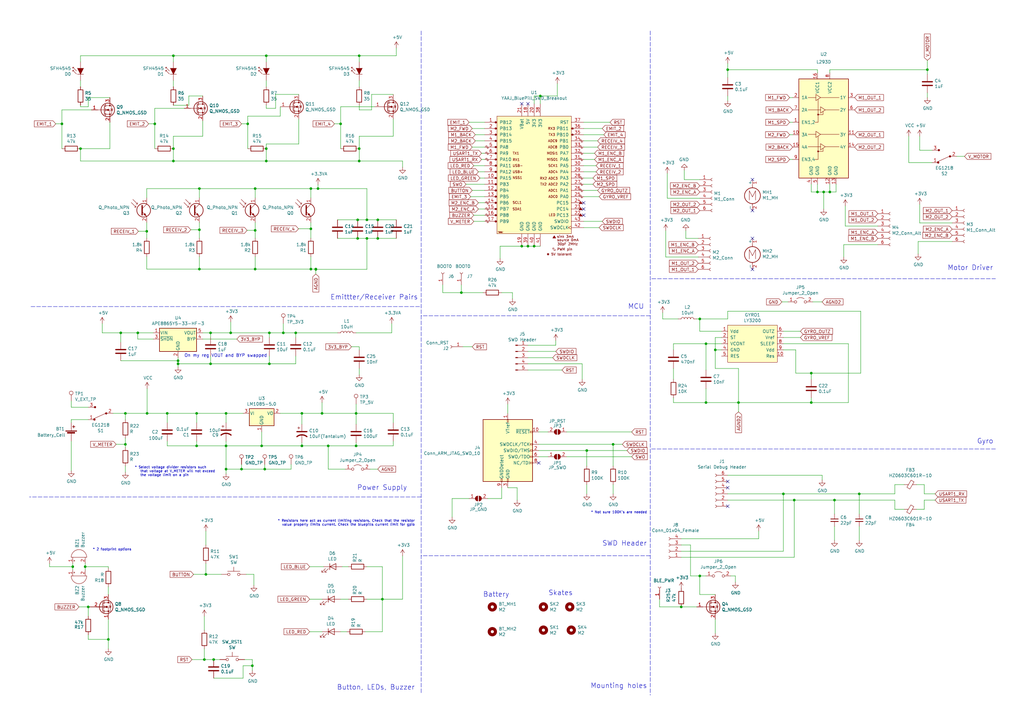
<source format=kicad_sch>
(kicad_sch (version 20211123) (generator eeschema)
  (paper "A3")
  (lib_symbols
    (symbol "Connector:Conn_01x01_Female" (pin_names (offset 1.016) hide)
      (property "Reference" "J" (at 0 2.54 0))
      (property "Value" "Conn_01x01_Female" (at 0 -2.54 0))
      (symbol "Conn_01x01_Female_1_1"
        (pin passive line (at -5.08 0 0) (length 3.81) (name "Pin_1") (number "1"))
      )
    )
    (symbol "Connector:Conn_01x04_Female" (pin_names (offset 1.016) hide)
      (property "Reference" "J" (at 0 5.08 0))
      (property "Value" "Conn_01x04_Female" (at 0 -7.62 0))
      (symbol "Conn_01x04_Female_1_1"
        (pin passive line (at -5.08 2.54 0) (length 3.81) (name "Pin_1") (number "1"))
        (pin passive line (at -5.08 0 0) (length 3.81) (name "Pin_2") (number "2"))
        (pin passive line (at -5.08 -2.54 0) (length 3.81) (name "Pin_3") (number "3"))
        (pin passive line (at -5.08 -5.08 0) (length 3.81) (name "Pin_4") (number "4"))
      )
    )
    (symbol "Connector:Conn_01x05_Male" (pin_names (offset 1.016) hide)
      (property "Reference" "J" (at 0 7.62 0))
      (property "Value" "Conn_01x05_Male" (at 0 -7.62 0))
      (symbol "Conn_01x05_Male_1_1"
        (pin passive line (at 5.08 5.08 180) (length 3.81) (name "Pin_1") (number "1"))
        (pin passive line (at 5.08 2.54 180) (length 3.81) (name "Pin_2") (number "2"))
        (pin passive line (at 5.08 0 180) (length 3.81) (name "Pin_3") (number "3"))
        (pin passive line (at 5.08 -2.54 180) (length 3.81) (name "Pin_4") (number "4"))
        (pin passive line (at 5.08 -5.08 180) (length 3.81) (name "Pin_5") (number "5"))
      )
    )
    (symbol "Connector:Conn_01x06_Female" (pin_names (offset 1.016) hide)
      (property "Reference" "J" (at 0 7.62 0))
      (property "Value" "Conn_01x06_Female" (at 0 -10.16 0))
      (symbol "Conn_01x06_Female_1_1"
        (pin passive line (at -5.08 5.08 0) (length 3.81) (name "Pin_1") (number "1"))
        (pin passive line (at -5.08 2.54 0) (length 3.81) (name "Pin_2") (number "2"))
        (pin passive line (at -5.08 0 0) (length 3.81) (name "Pin_3") (number "3"))
        (pin passive line (at -5.08 -2.54 0) (length 3.81) (name "Pin_4") (number "4"))
        (pin passive line (at -5.08 -5.08 0) (length 3.81) (name "Pin_5") (number "5"))
        (pin passive line (at -5.08 -7.62 0) (length 3.81) (name "Pin_6") (number "6"))
      )
    )
    (symbol "Connector:Conn_ARM_JTAG_SWD_10" (pin_names (offset 1.016))
      (property "Reference" "J" (at -2.54 16.51 0))
      (property "Value" "Conn_ARM_JTAG_SWD_10" (at -2.54 13.97 0))
      (symbol "Conn_ARM_JTAG_SWD_10_1_1"
        (pin power_in line (at 0 15.24 270) (length 2.54) (name "VTref") (number "1"))
        (pin open_collector line (at 12.7 7.62 180) (length 2.54) (name "~{RESET}") (number "10"))
        (pin bidirectional line (at 12.7 0 180) (length 2.54) (name "SWDIO/TMS") (number "2"))
        (pin power_in line (at 0 -15.24 90) (length 2.54) (name "GND") (number "3"))
        (pin output line (at 12.7 2.54 180) (length 2.54) (name "SWDCLK/TCK") (number "4"))
        (pin passive line (at 0 -15.24 90) (length 2.54) hide (name "GND") (number "5"))
        (pin input line (at 12.7 -2.54 180) (length 2.54) (name "SWO/TDO") (number "6"))
        (pin no_connect line (at -10.16 0 0) (length 2.54) hide (name "KEY") (number "7"))
        (pin output line (at 12.7 -5.08 180) (length 2.54) (name "NC/TDI") (number "8"))
        (pin passive line (at -2.54 -15.24 90) (length 2.54) (name "GNDDetect") (number "9"))
      )
    )
    (symbol "Connector:TestPoint" (pin_numbers hide) (pin_names (offset 0.762) hide)
      (property "Reference" "TP" (at 0 6.858 0))
      (property "Value" "TestPoint" (at 0 5.08 0))
      (symbol "TestPoint_1_1"
        (pin passive line (at 0 0 90) (length 2.54) (name "1") (number "1"))
      )
    )
    (symbol "Device:C" (pin_numbers hide) (pin_names (offset 0.254))
      (property "Reference" "C" (at 0.635 2.54 0))
      (property "Value" "C" (at 0.635 -2.54 0))
      (symbol "C_1_1"
        (pin passive line (at 0 3.81 270) (length 2.794) (name "~") (number "1"))
        (pin passive line (at 0 -3.81 90) (length 2.794) (name "~") (number "2"))
      )
    )
    (symbol "Device:C_Small" (pin_numbers hide) (pin_names (offset 0.254) hide)
      (property "Reference" "C" (at 0.254 1.778 0))
      (property "Value" "C_Small" (at 0.254 -2.032 0))
      (symbol "C_Small_1_1"
        (pin passive line (at 0 2.54 270) (length 2.032) (name "~") (number "1"))
        (pin passive line (at 0 -2.54 90) (length 2.032) (name "~") (number "2"))
      )
    )
    (symbol "Device:FerriteBead_Small" (pin_numbers hide) (pin_names (offset 0))
      (property "Reference" "FB" (at 1.905 1.27 0))
      (property "Value" "FerriteBead_Small" (at 1.905 -1.27 0))
      (symbol "FerriteBead_Small_1_1"
        (pin passive line (at 0 2.54 270) (length 1.27) (name "~") (number "1"))
        (pin passive line (at 0 -2.54 90) (length 1.27) (name "~") (number "2"))
      )
    )
    (symbol "Device:L" (pin_numbers hide) (pin_names (offset 1.016) hide)
      (property "Reference" "L" (at -1.27 0 90))
      (property "Value" "L" (at 1.905 0 90))
      (symbol "L_1_1"
        (pin passive line (at 0 3.81 270) (length 1.27) (name "1") (number "1"))
        (pin passive line (at 0 -3.81 90) (length 1.27) (name "2") (number "2"))
      )
    )
    (symbol "Device:Q_NMOS_GSD" (pin_names (offset 0) hide)
      (property "Reference" "Q" (at 5.08 1.27 0))
      (property "Value" "Q_NMOS_GSD" (at 5.08 -1.27 0))
      (symbol "Q_NMOS_GSD_1_1"
        (pin input line (at -5.08 0 0) (length 2.54) (name "G") (number "1"))
        (pin passive line (at 2.54 -5.08 90) (length 2.54) (name "S") (number "2"))
        (pin passive line (at 2.54 5.08 270) (length 2.54) (name "D") (number "3"))
      )
    )
    (symbol "Device:Q_NMOS_SGD" (pin_names (offset 0) hide)
      (property "Reference" "Q" (at 5.08 1.27 0))
      (property "Value" "Q_NMOS_SGD" (at 5.08 -1.27 0))
      (symbol "Q_NMOS_SGD_1_1"
        (pin passive line (at 2.54 -5.08 90) (length 2.54) (name "S") (number "1"))
        (pin input line (at -5.08 0 0) (length 5.08) (name "G") (number "2"))
        (pin passive line (at 2.54 5.08 270) (length 2.54) (name "D") (number "3"))
      )
    )
    (symbol "Device:R" (pin_numbers hide) (pin_names (offset 0))
      (property "Reference" "R" (at 2.032 0 90))
      (property "Value" "R" (at 0 0 90))
      (symbol "R_1_1"
        (pin passive line (at 0 3.81 270) (length 1.27) (name "~") (number "1"))
        (pin passive line (at 0 -3.81 90) (length 1.27) (name "~") (number "2"))
      )
    )
    (symbol "Driver_Motor:L293D" (pin_names (offset 1.016))
      (property "Reference" "U" (at -5.08 26.035 0))
      (property "Value" "L293D" (at -5.08 24.13 0))
      (symbol "L293D_1_1"
        (pin input line (at -12.7 5.08 0) (length 2.54) (name "EN1,2") (number "1"))
        (pin input line (at -12.7 0 0) (length 2.54) (name "3A") (number "10"))
        (pin output line (at 12.7 0 180) (length 2.54) (name "3Y") (number "11"))
        (pin power_in line (at 2.54 -20.32 90) (length 2.54) (name "GND") (number "12"))
        (pin power_in line (at 5.08 -20.32 90) (length 2.54) (name "GND") (number "13"))
        (pin output line (at 12.7 -5.08 180) (length 2.54) (name "4Y") (number "14"))
        (pin input line (at -12.7 -5.08 0) (length 2.54) (name "4A") (number "15"))
        (pin power_in line (at -2.54 25.4 270) (length 2.54) (name "VCC1") (number "16"))
        (pin input line (at -12.7 15.24 0) (length 2.54) (name "1A") (number "2"))
        (pin output line (at 12.7 15.24 180) (length 2.54) (name "1Y") (number "3"))
        (pin power_in line (at -5.08 -20.32 90) (length 2.54) (name "GND") (number "4"))
        (pin power_in line (at -2.54 -20.32 90) (length 2.54) (name "GND") (number "5"))
        (pin output line (at 12.7 10.16 180) (length 2.54) (name "2Y") (number "6"))
        (pin input line (at -12.7 10.16 0) (length 2.54) (name "2A") (number "7"))
        (pin power_in line (at 2.54 25.4 270) (length 2.54) (name "VCC2") (number "8"))
        (pin input line (at -12.7 -10.16 0) (length 2.54) (name "EN3,4") (number "9"))
      )
    )
    (symbol "Jumper:Jumper_2_Open" (pin_names (offset 0) hide)
      (property "Reference" "JP" (at 0 2.794 0))
      (property "Value" "Jumper_2_Open" (at 0 -2.286 0))
      (symbol "Jumper_2_Open_1_1"
        (pin passive line (at -5.08 0 0) (length 2.54) (name "A") (number "1"))
        (pin passive line (at 5.08 0 180) (length 2.54) (name "B") (number "2"))
      )
    )
    (symbol "Jumper:SolderJumper_2_Open" (pin_names (offset 0) hide)
      (property "Reference" "JP" (at 0 2.032 0))
      (property "Value" "SolderJumper_2_Open" (at 0 -2.54 0))
      (symbol "SolderJumper_2_Open_1_1"
        (pin passive line (at -3.81 0 0) (length 2.54) (name "A") (number "1"))
        (pin passive line (at 3.81 0 180) (length 2.54) (name "B") (number "2"))
      )
    )
    (symbol "Motor:Motor_DC" (pin_names (offset 0))
      (property "Reference" "M" (at 2.54 2.54 0))
      (property "Value" "Motor_DC" (at 2.54 -5.08 0))
      (symbol "Motor_DC_1_1"
        (pin passive line (at 0 5.08 270) (length 2.54) (name "+") (number "1"))
        (pin passive line (at 0 -7.62 90) (length 2.54) (name "-") (number "2"))
      )
    )
    (symbol "Regulator_Linear:APE8865Y5-33-HF-3" (pin_names (offset 0.254))
      (property "Reference" "U" (at -6.35 5.715 0))
      (property "Value" "APE8865Y5-33-HF-3" (at -1.905 5.715 0))
      (symbol "APE8865Y5-33-HF-3_1_1"
        (pin power_in line (at -10.16 2.54 0) (length 2.54) (name "VIN") (number "1"))
        (pin power_in line (at 0 -7.62 90) (length 2.54) (name "GND") (number "2"))
        (pin input line (at -10.16 0 0) (length 2.54) (name "~{SHDN}") (number "3"))
        (pin input line (at 10.16 0 180) (length 2.54) (name "BYP") (number "4"))
        (pin power_out line (at 10.16 2.54 180) (length 2.54) (name "VOUT") (number "5"))
      )
    )
    (symbol "Switch:SW_Push" (pin_numbers hide) (pin_names (offset 1.016) hide)
      (property "Reference" "SW" (at 1.27 2.54 0))
      (property "Value" "SW_Push" (at 0 -1.524 0))
      (symbol "SW_Push_0_1"
        (pin passive line (at -5.08 0 0) (length 2.54) (name "1") (number "1"))
        (pin passive line (at 5.08 0 180) (length 2.54) (name "2") (number "2"))
      )
    )
    (symbol "bloo-copy-rescue:YAAJ_BluePill_SWD_Breakout-YAAJ_BluePill_SWD_Breakout" (pin_names (offset 1.016))
      (property "Reference" "U" (at -13.97 24.13 0))
      (property "Value" "YAAJ_BluePill_SWD_Breakout-YAAJ_BluePill_SWD_Breakout" (at 0 -1.27 90))
      (symbol "YAAJ_BluePill_SWD_Breakout-YAAJ_BluePill_SWD_Breakout_0_0"
        (text "30pF 2MHz" (at 13.716 -29.591 0) (effects (font (size 0.9906 0.9906))))
        (text "5V tolerant" (at 11.176 -33.782 0) (effects (font (size 0.9906 0.9906))))
        (text "ADC0" (at 7.747 -10.16 0) (effects (font (size 0.9906 0.9906))))
        (text "ADC1" (at 7.747 -7.62 0) (effects (font (size 0.9906 0.9906))))
        (text "ADC2" (at 7.747 -5.08 0) (effects (font (size 0.9906 0.9906))))
        (text "ADC3" (at 7.747 -2.667 0) (effects (font (size 0.9906 0.9906))))
        (text "ADC4" (at 7.747 0 0) (effects (font (size 0.9906 0.9906))))
        (text "ADC8" (at 7.62 10.16 0) (effects (font (size 0.9906 0.9906))))
        (text "ADC9" (at 7.62 12.7 0) (effects (font (size 0.9906 0.9906))))
        (text "LED" (at 7.366 -17.653 0) (effects (font (size 0.9906 0.9906))))
        (text "MISO1" (at 7.493 5.08 0) (effects (font (size 0.9906 0.9906))))
        (text "MOSI1" (at 7.493 7.62 0) (effects (font (size 0.9906 0.9906))))
        (text "NSS1" (at -6.858 -2.413 0) (effects (font (size 0.9906 0.9906))))
        (text "PWM pin" (at 12.573 -31.75 0) (effects (font (size 0.9906 0.9906))))
        (text "RX1" (at -7.366 4.953 0) (effects (font (size 0.9906 0.9906))))
        (text "RX2" (at 3.81 -2.667 0) (effects (font (size 0.9906 0.9906))))
        (text "RX3" (at 7.112 17.78 0) (effects (font (size 0.9906 0.9906))))
        (text "SCK1" (at 7.747 2.54 0) (effects (font (size 0.9906 0.9906))))
        (text "SCL1" (at -6.985 -12.573 0) (effects (font (size 0.9906 0.9906))))
        (text "SDA1" (at -6.985 -15.24 0) (effects (font (size 0.9906 0.9906))))
        (text "sink 3mA" (at 12.827 -26.543 0) (effects (font (size 0.9906 0.9906))))
        (text "source 0mA" (at 13.843 -27.94 0) (effects (font (size 0.9906 0.9906))))
        (text "TX1" (at -7.493 7.62 0) (effects (font (size 0.9906 0.9906))))
        (text "TX2" (at 3.81 -5.08 0) (effects (font (size 0.9906 0.9906))))
        (text "TX3" (at 7.239 15.24 0) (effects (font (size 0.9906 0.9906))))
        (text "USB+" (at -6.731 0 0) (effects (font (size 0.9906 0.9906))))
        (text "USB-" (at -6.731 2.54 0) (effects (font (size 0.9906 0.9906))))
        (text "Y@@J" (at -13.8176 -24.6888 0) (effects (font (size 0.508 0.508))))
      )
      (symbol "YAAJ_BluePill_SWD_Breakout-YAAJ_BluePill_SWD_Breakout_1_1"
        (pin bidirectional line (at -20.32 20.32 0) (length 5.08) (name "PB12") (number "1"))
        (pin bidirectional line (at -20.32 -2.54 0) (length 5.08) (name "PA15") (number "10"))
        (pin bidirectional line (at -20.32 -5.08 0) (length 5.08) (name "PB3") (number "11"))
        (pin bidirectional line (at -20.32 -7.62 0) (length 5.08) (name "PB4") (number "12"))
        (pin bidirectional line (at -20.32 -10.16 0) (length 5.08) (name "PB5") (number "13"))
        (pin bidirectional line (at -20.32 -12.7 0) (length 5.08) (name "PB6") (number "14"))
        (pin bidirectional line (at -20.32 -15.24 0) (length 5.08) (name "PB7") (number "15"))
        (pin bidirectional line (at -20.32 -17.78 0) (length 5.08) (name "PB8") (number "16"))
        (pin bidirectional line (at -20.32 -20.32 0) (length 5.08) (name "PB9") (number "17"))
        (pin power_in line (at -2.54 27.94 270) (length 5.08) (name "5V") (number "18"))
        (pin power_in line (at -5.08 -30.48 90) (length 5.08) (name "GND") (number "19"))
        (pin bidirectional line (at -20.32 17.78 0) (length 5.08) (name "PB13") (number "2"))
        (pin power_in line (at 0 27.94 270) (length 5.08) (name "3V3") (number "20"))
        (pin power_in line (at -5.08 27.94 270) (length 5.08) (name "VBat") (number "21"))
        (pin bidirectional line (at 20.32 -17.78 180) (length 5.08) (name "PC13") (number "22"))
        (pin bidirectional line (at 20.32 -15.24 180) (length 5.08) (name "PC14") (number "23"))
        (pin bidirectional line (at 20.32 -12.7 180) (length 5.08) (name "PC15") (number "24"))
        (pin bidirectional line (at 20.32 -10.16 180) (length 5.08) (name "PA0") (number "25"))
        (pin bidirectional line (at 20.32 -7.62 180) (length 5.08) (name "PA1") (number "26"))
        (pin bidirectional line (at 20.32 -5.08 180) (length 5.08) (name "PA2") (number "27"))
        (pin bidirectional line (at 20.32 -2.54 180) (length 5.08) (name "PA3") (number "28"))
        (pin bidirectional line (at 20.32 0 180) (length 5.08) (name "PA4") (number "29"))
        (pin bidirectional line (at -20.32 15.24 0) (length 5.08) (name "PB14") (number "3"))
        (pin bidirectional line (at 20.32 2.54 180) (length 5.08) (name "PA5") (number "30"))
        (pin bidirectional line (at 20.32 5.08 180) (length 5.08) (name "PA6") (number "31"))
        (pin bidirectional line (at 20.32 7.62 180) (length 5.08) (name "PA7") (number "32"))
        (pin bidirectional line (at 20.32 10.16 180) (length 5.08) (name "PB0") (number "33"))
        (pin bidirectional line (at 20.32 12.7 180) (length 5.08) (name "PB1") (number "34"))
        (pin bidirectional line (at 20.32 15.24 180) (length 5.08) (name "PB10") (number "35"))
        (pin bidirectional line (at 20.32 17.78 180) (length 5.08) (name "PB11") (number "36"))
        (pin input line (at 20.32 20.32 180) (length 5.08) (name "RST") (number "37"))
        (pin power_in line (at 2.54 27.94 270) (length 5.08) (name "3V3") (number "38"))
        (pin power_in line (at -2.54 -30.48 90) (length 5.08) (name "GND") (number "39"))
        (pin bidirectional line (at -20.32 12.7 0) (length 5.08) (name "PB15") (number "4"))
        (pin power_in line (at 0 -30.48 90) (length 5.08) (name "GND") (number "40"))
        (pin power_in line (at 2.54 -30.48 90) (length 5.08) (name "GND") (number "41"))
        (pin input clock (at 20.32 -22.86 180) (length 5.08) (name "SWDCLK") (number "42"))
        (pin bidirectional line (at 20.32 -20.32 180) (length 5.08) (name "SWDIO") (number "43"))
        (pin bidirectional line (at -20.32 10.16 0) (length 5.08) (name "PA8") (number "5"))
        (pin bidirectional line (at -20.32 7.62 0) (length 5.08) (name "PA9") (number "6"))
        (pin bidirectional line (at -20.32 5.08 0) (length 5.08) (name "PA10") (number "7"))
        (pin bidirectional line (at -20.32 2.54 0) (length 5.08) (name "PA11") (number "8"))
        (pin bidirectional line (at -20.32 0 0) (length 5.08) (name "PA12") (number "9"))
      )
    )
    (symbol "bloo-rescue:Battery_Cell-Device-mouse_v2-rescue" (pin_numbers hide) (pin_names (offset 0) hide)
      (property "Reference" "BT" (at 2.54 2.54 0))
      (property "Value" "Battery_Cell-Device-mouse_v2-rescue" (at 2.54 0 0))
      (symbol "Battery_Cell-Device-mouse_v2-rescue_1_1"
        (pin passive line (at 0 5.08 270) (length 2.54) (name "+") (number "1"))
        (pin passive line (at 0 -2.54 90) (length 2.54) (name "-") (number "2"))
      )
    )
    (symbol "bloo-rescue:Buzzer-Device-mouse_v2-rescue" (pin_names (offset 0.0254) hide)
      (property "Reference" "BZ" (at 3.81 1.27 0))
      (property "Value" "Buzzer-Device-mouse_v2-rescue" (at 3.81 -1.27 0))
      (symbol "Buzzer-Device-mouse_v2-rescue_1_1"
        (pin passive line (at -2.54 2.54 0) (length 2.54) (name "-") (number "1"))
        (pin passive line (at -2.54 -2.54 0) (length 2.54) (name "+") (number "2"))
      )
    )
    (symbol "bloo-rescue:CP1-Device-mouse_v2-rescue" (pin_numbers hide) (pin_names (offset 0.254) hide)
      (property "Reference" "C" (at 0.635 2.54 0))
      (property "Value" "CP1-Device-mouse_v2-rescue" (at 0.635 -2.54 0))
      (symbol "CP1-Device-mouse_v2-rescue_1_1"
        (pin passive line (at 0 3.81 270) (length 2.794) (name "~") (number "1"))
        (pin passive line (at 0 -3.81 90) (length 3.302) (name "~") (number "2"))
      )
    )
    (symbol "bloo-rescue:EG1218-dk_Slide-Switches-mouse-rescue" (pin_names (offset 0))
      (property "Reference" "S" (at -3.81 2.286 0))
      (property "Value" "EG1218-dk_Slide-Switches-mouse-rescue" (at 0 -5.334 0))
      (symbol "EG1218-dk_Slide-Switches-mouse-rescue_1_1"
        (pin passive line (at 5.08 2.54 180) (length 2.54) (name "~") (number "1"))
        (pin passive line (at -5.08 0 0) (length 2.54) (name "~") (number "2"))
        (pin passive line (at 5.08 -2.54 180) (length 2.54) (name "~") (number "3"))
      )
    )
    (symbol "bloo-rescue:IRL81A-LED-mouse_v2-rescue" (pin_numbers hide) (pin_names (offset 1.016) hide)
      (property "Reference" "D" (at 0.508 1.778 0))
      (property "Value" "IRL81A-LED-mouse_v2-rescue" (at -1.016 -2.794 0))
      (symbol "IRL81A-LED-mouse_v2-rescue_1_1"
        (pin passive line (at -5.08 0 0) (length 2.54) (name "K") (number "1"))
        (pin passive line (at 2.54 0 180) (length 2.54) (name "A") (number "2"))
      )
    )
    (symbol "bloo-rescue:LED-Device-mouse_v2-rescue" (pin_numbers hide) (pin_names (offset 1.016) hide)
      (property "Reference" "D" (at 0 2.54 0))
      (property "Value" "LED-Device-mouse_v2-rescue" (at 0 -2.54 0))
      (symbol "LED-Device-mouse_v2-rescue_1_1"
        (pin passive line (at -3.81 0 0) (length 2.54) (name "K") (number "1"))
        (pin passive line (at 3.81 0 180) (length 2.54) (name "A") (number "2"))
      )
    )
    (symbol "bloo-rescue:LM1084-5.0-Regulator_Linear-mouse_v2-rescue" (pin_names (offset 0.254))
      (property "Reference" "U" (at -3.81 3.175 0))
      (property "Value" "LM1084-5.0-Regulator_Linear-mouse_v2-rescue" (at 0 3.175 0))
      (symbol "LM1084-5.0-Regulator_Linear-mouse_v2-rescue_1_1"
        (pin power_in line (at 0 -7.62 90) (length 2.54) (name "GND") (number "1"))
        (pin power_out line (at 7.62 0 180) (length 2.54) (name "VO") (number "2"))
        (pin power_in line (at -7.62 0 0) (length 2.54) (name "VI") (number "3"))
      )
    )
    (symbol "bloo-rescue:MountingHole-Mechanical-mouse_v2-rescue" (pin_names (offset 1.016))
      (property "Reference" "H" (at 0 5.08 0))
      (property "Value" "MountingHole-Mechanical-mouse_v2-rescue" (at 0 3.175 0))
    )
    (symbol "bloo-rescue:Q_Photo_NPN-Device-mouse_v2-rescue" (pin_names (offset 0) hide)
      (property "Reference" "Q" (at 5.08 1.27 0))
      (property "Value" "Q_Photo_NPN-Device-mouse_v2-rescue" (at 5.08 -1.27 0))
      (symbol "Q_Photo_NPN-Device-mouse_v2-rescue_1_1"
        (pin passive line (at 2.54 5.08 270) (length 2.54) (name "C") (number "1"))
        (pin passive line (at 2.54 -5.08 90) (length 2.54) (name "E") (number "2"))
      )
    )
    (symbol "bloo-rescue:R-Device-mouse_v2-rescue" (pin_numbers hide) (pin_names (offset 0))
      (property "Reference" "R" (at 2.032 0 90))
      (property "Value" "R-Device-mouse_v2-rescue" (at 0 0 90))
      (symbol "R-Device-mouse_v2-rescue_1_1"
        (pin passive line (at 0 3.81 270) (length 1.27) (name "~") (number "1"))
        (pin passive line (at 0 -3.81 90) (length 1.27) (name "~") (number "2"))
      )
    )
    (symbol "custom:LY3200" (pin_names (offset 1.016))
      (property "Reference" "GYRO" (at 0 11.43 0))
      (property "Value" "LY3200" (at 0 -7.62 0))
      (symbol "LY3200_1_1"
        (pin output line (at -12.7 7.62 0) (length 2.54) (name "Vdd") (number "1"))
        (pin output line (at 12.7 -2.54 180) (length 2.54) (name "Res") (number "10"))
        (pin output line (at -12.7 5.08 0) (length 2.54) (name "ST") (number "2"))
        (pin output line (at -12.7 2.54 0) (length 2.54) (name "VCONT") (number "3"))
        (pin output line (at -12.7 0 0) (length 2.54) (name "GND") (number "4"))
        (pin output line (at -12.7 -2.54 0) (length 2.54) (name "RES") (number "5"))
        (pin output line (at 12.7 7.62 180) (length 2.54) (name "OUTZ") (number "6"))
        (pin output line (at 12.7 5.08 180) (length 2.54) (name "Vref") (number "7"))
        (pin output line (at 12.7 2.54 180) (length 2.54) (name "SLEEP") (number "8"))
        (pin output line (at 12.7 0 180) (length 2.54) (name "Vdd") (number "9"))
      )
    )
    (symbol "power:+3.3VA" (power) (pin_names (offset 0))
      (property "Value" "+3.3VA" (at 0 3.556 0))
      (symbol "+3.3VA_1_1"
        (pin power_in line (at 0 0 90) (length 0) hide (name "+3.3VA") (number "1"))
      )
    )
    (symbol "power:+3V3" (power) (pin_names (offset 0))
      (property "Value" "+3V3" (at 0 3.556 0))
      (symbol "+3V3_1_1"
        (pin power_in line (at 0 0 90) (length 0) hide (name "+3V3") (number "1"))
      )
    )
    (symbol "power:+5V" (power) (pin_names (offset 0))
      (property "Value" "+5V" (at 0 3.556 0))
      (symbol "+5V_1_1"
        (pin power_in line (at 0 0 90) (length 0) hide (name "+5V") (number "1"))
      )
    )
    (symbol "power:GND" (power) (pin_names (offset 0))
      (property "Value" "GND" (at 0 -3.81 0))
      (symbol "GND_1_1"
        (pin power_in line (at 0 0 270) (length 0) hide (name "GND") (number "1"))
      )
    )
    (symbol "power:VCC" (power) (pin_names (offset 0))
      (property "Value" "VCC" (at 0 3.81 0))
      (symbol "VCC_1_1"
        (pin power_in line (at 0 0 90) (length 0) hide (name "VCC") (number "1"))
      )
    )
  )
  (junction (at 92.71 169.545))
  (junction (at 109.22 66.04))
  (junction (at 33.02 60.96))
  (junction (at 68.58 169.545))
  (junction (at 154.94 90.17))
  (junction (at 109.22 22.86))
  (junction (at 216.535 100.965))
  (junction (at 104.648 94.488))
  (junction (at 287.02 130.81))
  (junction (at 56.515 136.525))
  (junction (at 221.615 39.37))
  (junction (at 71.12 60.96))
  (junction (at 340.36 78.74))
  (junction (at 129.54 110.363))
  (junction (at 81.788 77.343))
  (junction (at 73.025 149.225))
  (junction (at 25.4 50.8))
  (junction (at 335.28 78.74))
  (junction (at 101.6 50.8))
  (junction (at 36.195 248.92))
  (junction (at 298.45 28.575))
  (junction (at 63.5 50.8))
  (junction (at 60.198 94.869))
  (junction (at 51.435 182.245))
  (junction (at 60.325 169.545))
  (junction (at 44.45 262.255))
  (junction (at 332.74 153.035))
  (junction (at 289.56 140.97))
  (junction (at 213.995 100.965))
  (junction (at 29.845 232.41))
  (junction (at 289.56 165.1))
  (junction (at 73.025 147.955))
  (junction (at 337.82 78.74))
  (junction (at 127.508 93.853))
  (junction (at 103.505 273.05))
  (junction (at 147.32 66.04))
  (junction (at 81.788 110.363))
  (junction (at 107.315 182.88))
  (junction (at 109.22 60.96))
  (junction (at 150.495 97.79))
  (junction (at 342.265 205.105))
  (junction (at 325.755 205.105))
  (junction (at 81.788 94.234))
  (junction (at 92.71 182.88))
  (junction (at 110.49 136.525))
  (junction (at 146.05 169.545))
  (junction (at 147.32 22.86))
  (junction (at 104.648 110.363))
  (junction (at 34.925 232.41))
  (junction (at 80.645 169.545))
  (junction (at 146.685 97.79))
  (junction (at 251.46 182.245))
  (junction (at 150.495 90.17))
  (junction (at 86.36 149.225))
  (junction (at 80.645 182.88))
  (junction (at 240.665 184.785))
  (junction (at 104.648 77.343))
  (junction (at 293.37 143.51))
  (junction (at 71.12 66.04))
  (junction (at 94.615 136.525))
  (junction (at 110.49 149.225))
  (junction (at 129.54 110.49))
  (junction (at 130.429 77.343))
  (junction (at 99.06 192.405))
  (junction (at 84.455 235.585))
  (junction (at 279.4 248.92))
  (junction (at 123.825 182.88))
  (junction (at 219.075 100.965))
  (junction (at 156.845 245.745))
  (junction (at 51.435 169.545))
  (junction (at 154.94 97.79))
  (junction (at 121.285 136.525))
  (junction (at 332.74 165.1))
  (junction (at 380.365 28.575))
  (junction (at 83.82 270.51))
  (junction (at 146.685 90.17))
  (junction (at 86.36 136.525))
  (junction (at 71.12 22.86))
  (junction (at 139.7 50.8))
  (junction (at 116.205 136.525))
  (junction (at 146.05 182.88))
  (junction (at 134.62 182.88))
  (junction (at 49.53 136.525))
  (junction (at 321.31 202.565))
  (junction (at 302.895 165.1))
  (junction (at 287.02 236.22))
  (junction (at 123.825 169.545))
  (junction (at 108.585 192.405))
  (junction (at 127.508 77.343))
  (junction (at 132.08 169.545))
  (junction (at 87.63 270.51))
  (junction (at 127.508 110.363))
  (junction (at 352.425 202.565))
  (junction (at 92.71 192.405))
  (junction (at 147.32 60.96))
  (junction (at 189.23 120.015))
  (no_connect (at 308.61 97.79))
  (no_connect (at 239.395 83.185))
  (no_connect (at 213.995 42.545))
  (no_connect (at 298.45 197.485))
  (no_connect (at 298.45 200.025))
  (no_connect (at 216.535 42.545))
  (no_connect (at 239.395 88.265))
  (no_connect (at 308.61 110.49))
  (no_connect (at 220.98 189.865))
  (no_connect (at 239.395 85.725))
  (no_connect (at 308.61 73.66))
  (no_connect (at 298.45 207.645))
  (no_connect (at 308.61 86.36))
  (wire (pts (xy 380.365 28.575) (xy 380.365 24.765)))
  (wire (pts (xy 110.49 136.525) (xy 116.205 136.525)))
  (wire (pts (xy 347.98 165.1) (xy 332.74 165.1)))
  (wire (pts (xy 110.49 146.05) (xy 110.49 149.225)))
  (wire (pts (xy 379.095 198.755) (xy 379.095 202.565)))
  (wire (pts (xy 193.675 142.24) (xy 189.865 142.24)))
  (wire (pts (xy 321.31 202.565) (xy 352.425 202.565)))
  (wire (pts (xy 325.12 50.165) (xy 323.85 50.165)))
  (wire (pts (xy 60.198 105.283) (xy 60.198 110.363)))
  (wire (pts (xy 127 259.08) (xy 132.08 259.08)))
  (wire (pts (xy 301.625 236.22) (xy 299.72 236.22)))
  (wire (pts (xy 377.19 91.44) (xy 377.19 83.82)))
  (wire (pts (xy 210.185 122.555) (xy 210.185 120.015)))
  (wire (pts (xy 332.74 165.1) (xy 302.895 165.1)))
  (wire (pts (xy 152.4 38.735) (xy 161.29 38.735)))
  (wire (pts (xy 129.54 110.363) (xy 129.54 110.49)))
  (wire (pts (xy 216.535 151.765) (xy 230.505 151.765)))
  (wire (pts (xy 121.285 138.43) (xy 121.285 136.525)))
  (wire (pts (xy 181.61 120.015) (xy 181.61 116.84)))
  (wire (pts (xy 380.365 40.005) (xy 380.365 38.1)))
  (wire (pts (xy 36.83 248.92) (xy 36.195 248.92)))
  (wire (pts (xy 382.27 66.675) (xy 372.745 66.675)))
  (wire (pts (xy 326.39 153.035) (xy 332.74 153.035)))
  (wire (pts (xy 287.02 81.28) (xy 273.685 81.28)))
  (wire (pts (xy 232.41 187.325) (xy 259.08 187.325)))
  (wire (pts (xy 108.585 190.5) (xy 108.585 192.405)))
  (wire (pts (xy 165.1 245.745) (xy 165.1 227.965)))
  (wire (pts (xy 80.645 182.88) (xy 68.58 182.88)))
  (wire (pts (xy 259.08 177.165) (xy 232.41 177.165)))
  (wire (pts (xy 289.56 236.22) (xy 287.02 236.22)))
  (wire (pts (xy 75.565 44.45) (xy 63.5 44.45)))
  (wire (pts (xy 219.075 100.965) (xy 216.535 100.965)))
  (wire (pts (xy 196.85 73.025) (xy 198.755 73.025)))
  (wire (pts (xy 192.405 50.165) (xy 198.755 50.165)))
  (wire (pts (xy 114.935 47.625) (xy 101.6 47.625)))
  (wire (pts (xy 45.085 60.96) (xy 33.02 60.96)))
  (wire (pts (xy 295.91 140.97) (xy 289.56 140.97)))
  (wire (pts (xy 29.21 172.085) (xy 29.21 173.355)))
  (wire (pts (xy 127 245.745) (xy 132.08 245.745)))
  (polyline (pts (xy 172.72 203.835) (xy 12.065 203.835)))
  (wire (pts (xy 90.17 270.51) (xy 87.63 270.51)))
  (wire (pts (xy 36.195 43.815) (xy 33.02 43.815)))
  (wire (pts (xy 244.475 67.945) (xy 239.395 67.945)))
  (wire (pts (xy 367.03 208.915) (xy 367.03 205.105)))
  (wire (pts (xy 83.185 49.53) (xy 83.185 55.88)))
  (wire (pts (xy 279.4 223.52) (xy 283.21 223.52)))
  (wire (pts (xy 220.98 182.245) (xy 251.46 182.245)))
  (wire (pts (xy 73.025 149.225) (xy 73.025 150.495)))
  (wire (pts (xy 301.625 238.76) (xy 301.625 236.22)))
  (wire (pts (xy 380.365 30.48) (xy 380.365 28.575)))
  (wire (pts (xy 395.605 64.135) (xy 392.43 64.135)))
  (wire (pts (xy 25.4 45.085) (xy 25.4 50.8)))
  (wire (pts (xy 302.895 151.13) (xy 302.895 165.1)))
  (polyline (pts (xy 266.7 129.54) (xy 172.72 129.54)))
  (wire (pts (xy 129.54 110.49) (xy 129.54 112.395)))
  (wire (pts (xy 337.82 78.74) (xy 340.36 78.74)))
  (wire (pts (xy 119.38 192.405) (xy 119.38 190.5)))
  (wire (pts (xy 240.665 184.785) (xy 257.175 184.785)))
  (wire (pts (xy 302.895 168.91) (xy 302.895 165.1)))
  (wire (pts (xy 367.03 198.755) (xy 367.03 202.565)))
  (wire (pts (xy 62.865 136.525) (xy 56.515 136.525)))
  (wire (pts (xy 104.648 94.488) (xy 101.346 94.488)))
  (wire (pts (xy 84.455 223.52) (xy 84.455 217.805)))
  (wire (pts (xy 56.515 136.525) (xy 56.515 139.065)))
  (wire (pts (xy 220.98 184.785) (xy 240.665 184.785)))
  (wire (pts (xy 205.105 100.965) (xy 213.995 100.965)))
  (wire (pts (xy 379.095 198.755) (xy 375.92 198.755)))
  (wire (pts (xy 44.45 232.41) (xy 34.925 232.41)))
  (wire (pts (xy 298.45 28.575) (xy 298.45 26.035)))
  (wire (pts (xy 185.42 204.47) (xy 185.42 212.09)))
  (wire (pts (xy 92.71 182.88) (xy 92.71 180.975)))
  (wire (pts (xy 216.535 144.145) (xy 227.965 144.145)))
  (polyline (pts (xy 266.7 12.7) (xy 266.7 285.115)))
  (wire (pts (xy 49.53 140.335) (xy 49.53 136.525)))
  (wire (pts (xy 60.198 91.313) (xy 60.198 94.869)))
  (wire (pts (xy 208.28 169.545) (xy 208.28 165.735)))
  (wire (pts (xy 295.91 138.43) (xy 293.37 138.43)))
  (wire (pts (xy 165.1 66.04) (xy 165.1 68.58)))
  (wire (pts (xy 60.198 94.869) (xy 60.198 97.663)))
  (wire (pts (xy 346.075 100.33) (xy 360.045 100.33)))
  (wire (pts (xy 49.53 136.525) (xy 41.91 136.525)))
  (wire (pts (xy 276.225 163.195) (xy 276.225 165.1)))
  (wire (pts (xy 60.325 169.545) (xy 68.58 169.545)))
  (wire (pts (xy 94.615 136.525) (xy 110.49 136.525)))
  (wire (pts (xy 123.825 182.88) (xy 107.315 182.88)))
  (wire (pts (xy 276.225 165.1) (xy 289.56 165.1)))
  (wire (pts (xy 150.495 97.79) (xy 146.685 97.79)))
  (wire (pts (xy 147.32 142.24) (xy 144.145 142.24)))
  (wire (pts (xy 137.16 50.8) (xy 139.7 50.8)))
  (wire (pts (xy 281.305 97.79) (xy 281.305 94.615)))
  (wire (pts (xy 325.755 228.6) (xy 325.755 205.105)))
  (wire (pts (xy 87.63 278.13) (xy 99.695 278.13)))
  (wire (pts (xy 216.535 100.965) (xy 213.995 100.965)))
  (wire (pts (xy 208.28 200.025) (xy 212.09 200.025)))
  (wire (pts (xy 22.86 50.8) (xy 25.4 50.8)))
  (wire (pts (xy 189.23 120.015) (xy 181.61 120.015)))
  (wire (pts (xy 146.05 169.545) (xy 146.05 165.735)))
  (wire (pts (xy 147.32 45.085) (xy 152.4 45.085)))
  (wire (pts (xy 51.435 169.545) (xy 60.325 169.545)))
  (wire (pts (xy 279.4 228.6) (xy 325.755 228.6)))
  (wire (pts (xy 152.4 45.085) (xy 152.4 38.735)))
  (wire (pts (xy 240.665 198.755) (xy 240.665 202.565)))
  (wire (pts (xy 273.685 81.28) (xy 273.685 71.12)))
  (wire (pts (xy 100.965 235.585) (xy 104.14 235.585)))
  (wire (pts (xy 127.508 105.283) (xy 127.508 110.363)))
  (wire (pts (xy 92.71 182.88) (xy 92.71 192.405)))
  (wire (pts (xy 41.91 136.525) (xy 41.91 132.715)))
  (wire (pts (xy 251.46 182.245) (xy 255.27 182.245)))
  (wire (pts (xy 210.185 120.015) (xy 205.74 120.015)))
  (wire (pts (xy 245.11 60.325) (xy 239.395 60.325)))
  (wire (pts (xy 110.49 138.43) (xy 110.49 136.525)))
  (wire (pts (xy 205.105 100.965) (xy 205.105 106.045)))
  (wire (pts (xy 138.43 136.525) (xy 121.285 136.525)))
  (wire (pts (xy 123.825 169.545) (xy 132.08 169.545)))
  (wire (pts (xy 110.49 149.225) (xy 121.285 149.225)))
  (wire (pts (xy 153.67 43.815) (xy 139.7 43.815)))
  (wire (pts (xy 99.695 273.05) (xy 103.505 273.05)))
  (wire (pts (xy 46.355 169.545) (xy 51.435 169.545)))
  (wire (pts (xy 346.075 100.33) (xy 346.075 105.41)))
  (wire (pts (xy 44.45 254) (xy 44.45 262.255)))
  (wire (pts (xy 352.425 215.9) (xy 352.425 221.615)))
  (wire (pts (xy 219.075 39.37) (xy 221.615 39.37)))
  (wire (pts (xy 104.648 105.283) (xy 104.648 110.363)))
  (wire (pts (xy 160.655 132.715) (xy 160.655 136.525)))
  (wire (pts (xy 109.22 59.055) (xy 109.22 60.96)))
  (wire (pts (xy 340.36 78.74) (xy 340.36 75.565)))
  (wire (pts (xy 146.685 97.79) (xy 138.43 97.79)))
  (wire (pts (xy 198.755 85.725) (xy 196.215 85.725)))
  (wire (pts (xy 154.94 90.17) (xy 162.56 90.17)))
  (wire (pts (xy 298.45 194.945) (xy 337.185 194.945)))
  (wire (pts (xy 298.45 41.275) (xy 298.45 39.37)))
  (wire (pts (xy 150.495 245.745) (xy 156.845 245.745)))
  (wire (pts (xy 99.06 50.8) (xy 101.6 50.8)))
  (wire (pts (xy 127.508 110.363) (xy 129.54 110.363)))
  (wire (pts (xy 34.925 232.41) (xy 34.925 231.14)))
  (wire (pts (xy 198.755 52.705) (xy 193.675 52.705)))
  (wire (pts (xy 298.45 31.75) (xy 298.45 28.575)))
  (wire (pts (xy 273.05 105.41) (xy 273.05 94.615)))
  (wire (pts (xy 113.03 38.735) (xy 113.03 44.45)))
  (wire (pts (xy 109.22 33.02) (xy 109.22 35.56)))
  (wire (pts (xy 335.28 29.845) (xy 335.28 28.575)))
  (wire (pts (xy 63.5 50.8) (xy 63.5 60.96)))
  (wire (pts (xy 287.02 236.22) (xy 287.02 243.84)))
  (wire (pts (xy 49.53 147.955) (xy 73.025 147.955)))
  (wire (pts (xy 103.505 274.955) (xy 103.505 273.05)))
  (wire (pts (xy 161.29 180.975) (xy 161.29 182.88)))
  (wire (pts (xy 340.36 28.575) (xy 380.365 28.575)))
  (wire (pts (xy 132.08 169.545) (xy 146.05 169.545)))
  (wire (pts (xy 83.185 55.88) (xy 71.12 55.88)))
  (wire (pts (xy 134.62 182.88) (xy 134.62 192.405)))
  (wire (pts (xy 198.755 90.805) (xy 194.31 90.805)))
  (wire (pts (xy 240.665 191.135) (xy 240.665 184.785)))
  (wire (pts (xy 36.195 167.005) (xy 29.21 167.005)))
  (wire (pts (xy 109.22 22.86) (xy 71.12 22.86)))
  (wire (pts (xy 84.455 235.585) (xy 90.805 235.585)))
  (wire (pts (xy 298.45 205.105) (xy 325.755 205.105)))
  (wire (pts (xy 60.198 81.153) (xy 60.198 77.343)))
  (wire (pts (xy 298.45 130.81) (xy 298.45 127.635)))
  (wire (pts (xy 104.14 235.585) (xy 104.14 240.03)))
  (wire (pts (xy 212.09 200.025) (xy 212.09 205.105)))
  (wire (pts (xy 100.33 270.51) (xy 103.505 270.51)))
  (wire (pts (xy 205.74 200.025) (xy 205.74 204.47)))
  (wire (pts (xy 245.11 57.785) (xy 239.395 57.785)))
  (wire (pts (xy 56.515 136.525) (xy 49.53 136.525)))
  (wire (pts (xy 109.22 43.18) (xy 109.22 44.45)))
  (wire (pts (xy 390.525 91.44) (xy 377.19 91.44)))
  (wire (pts (xy 216.535 146.685) (xy 226.695 146.685)))
  (wire (pts (xy 154.94 192.405) (xy 151.765 192.405)))
  (wire (pts (xy 81.788 105.283) (xy 81.788 110.363)))
  (wire (pts (xy 238.76 149.225) (xy 238.76 155.575)))
  (wire (pts (xy 130.429 77.343) (xy 150.495 77.343)))
  (wire (pts (xy 92.71 192.405) (xy 99.06 192.405)))
  (wire (pts (xy 239.395 90.805) (xy 247.015 90.805)))
  (wire (pts (xy 352.425 210.82) (xy 352.425 202.565)))
  (wire (pts (xy 86.36 138.43) (xy 86.36 136.525)))
  (wire (pts (xy 29.845 232.41) (xy 29.845 233.68)))
  (wire (pts (xy 51.435 182.245) (xy 51.435 183.515)))
  (wire (pts (xy 337.185 194.945) (xy 337.185 196.85)))
  (wire (pts (xy 139.7 50.8) (xy 139.7 60.96)))
  (wire (pts (xy 220.98 187.325) (xy 224.79 187.325)))
  (wire (pts (xy 298.45 127.635) (xy 353.06 127.635)))
  (wire (pts (xy 293.37 143.51) (xy 293.37 151.13)))
  (wire (pts (xy 342.265 221.615) (xy 342.265 215.9)))
  (wire (pts (xy 192.405 204.47) (xy 185.42 204.47)))
  (wire (pts (xy 154.94 97.79) (xy 150.495 97.79)))
  (wire (pts (xy 150.495 77.343) (xy 150.495 90.17)))
  (wire (pts (xy 239.395 55.245) (xy 247.65 55.245)))
  (wire (pts (xy 60.198 94.869) (xy 56.769 94.869)))
  (wire (pts (xy 83.82 270.51) (xy 78.74 270.51)))
  (wire (pts (xy 219.075 100.965) (xy 221.615 100.965)))
  (wire (pts (xy 36.195 40.005) (xy 36.195 43.815)))
  (wire (pts (xy 83.82 258.445) (xy 83.82 252.73)))
  (wire (pts (xy 251.46 191.135) (xy 251.46 182.245)))
  (wire (pts (xy 239.395 73.025) (xy 243.205 73.025)))
  (wire (pts (xy 25.4 45.085) (xy 37.465 45.085)))
  (wire (pts (xy 29.845 232.41) (xy 20.32 232.41)))
  (wire (pts (xy 147.32 25.4) (xy 147.32 22.86)))
  (wire (pts (xy 276.225 151.13) (xy 276.225 155.575)))
  (wire (pts (xy 123.825 181.61) (xy 123.825 182.88)))
  (wire (pts (xy 56.515 139.065) (xy 62.865 139.065)))
  (wire (pts (xy 367.03 198.755) (xy 370.84 198.755)))
  (wire (pts (xy 36.195 172.085) (xy 29.21 172.085)))
  (wire (pts (xy 156.845 259.08) (xy 149.86 259.08)))
  (wire (pts (xy 325.12 65.405) (xy 323.85 65.405)))
  (wire (pts (xy 276.225 140.97) (xy 276.225 143.51)))
  (wire (pts (xy 130.429 77.343) (xy 130.429 75.692)))
  (wire (pts (xy 71.12 66.04) (xy 109.22 66.04)))
  (wire (pts (xy 360.045 92.71) (xy 346.71 92.71)))
  (wire (pts (xy 221.615 39.37) (xy 221.615 42.545)))
  (wire (pts (xy 146.05 181.61) (xy 146.05 182.88)))
  (wire (pts (xy 245.745 93.345) (xy 239.395 93.345)))
  (wire (pts (xy 353.06 127.635) (xy 353.06 153.035)))
  (wire (pts (xy 302.895 165.1) (xy 289.56 165.1)))
  (wire (pts (xy 20.32 232.41) (xy 20.32 231.14)))
  (wire (pts (xy 342.265 205.105) (xy 367.03 205.105)))
  (wire (pts (xy 36.195 252.73) (xy 36.195 248.92)))
  (wire (pts (xy 352.425 202.565) (xy 367.03 202.565)))
  (wire (pts (xy 325.12 55.245) (xy 323.85 55.245)))
  (wire (pts (xy 84.455 235.585) (xy 79.375 235.585)))
  (wire (pts (xy 321.31 138.43) (xy 328.295 138.43)))
  (wire (pts (xy 114.935 43.815) (xy 114.935 47.625)))
  (wire (pts (xy 239.395 75.565) (xy 243.205 75.565)))
  (wire (pts (xy 127.508 110.363) (xy 104.648 110.363)))
  (wire (pts (xy 379.095 208.915) (xy 375.92 208.915)))
  (wire (pts (xy 92.71 182.88) (xy 107.315 182.88)))
  (wire (pts (xy 287.02 130.81) (xy 298.45 130.81)))
  (wire (pts (xy 107.315 182.88) (xy 107.315 177.165)))
  (wire (pts (xy 289.56 140.97) (xy 276.225 140.97)))
  (wire (pts (xy 138.43 90.17) (xy 146.685 90.17)))
  (polyline (pts (xy 408.305 184.15) (xy 266.7 184.15)))
  (wire (pts (xy 221.615 39.37) (xy 228.6 39.37)))
  (wire (pts (xy 44.45 233.045) (xy 44.45 232.41)))
  (wire (pts (xy 194.945 55.245) (xy 198.755 55.245)))
  (wire (pts (xy 101.6 50.8) (xy 101.6 60.96)))
  (wire (pts (xy 33.02 43.18) (xy 33.02 43.815)))
  (wire (pts (xy 287.02 130.81) (xy 285.75 130.81)))
  (wire (pts (xy 193.675 60.325) (xy 198.755 60.325)))
  (polyline (pts (xy 172.72 12.7) (xy 172.72 284.48)))
  (wire (pts (xy 77.47 43.18) (xy 71.12 43.18)))
  (wire (pts (xy 239.395 62.865) (xy 243.84 62.865)))
  (wire (pts (xy 71.12 55.88) (xy 71.12 60.96)))
  (wire (pts (xy 239.395 50.165) (xy 250.19 50.165)))
  (wire (pts (xy 162.56 97.79) (xy 154.94 97.79)))
  (wire (pts (xy 147.32 151.13) (xy 147.32 153.67)))
  (wire (pts (xy 279.4 248.92) (xy 270.51 248.92)))
  (wire (pts (xy 122.555 59.055) (xy 109.22 59.055)))
  (wire (pts (xy 156.845 232.41) (xy 156.845 245.745)))
  (wire (pts (xy 224.79 177.165) (xy 220.98 177.165)))
  (wire (pts (xy 104.648 77.343) (xy 81.788 77.343)))
  (wire (pts (xy 323.215 123.825) (xy 320.675 123.825)))
  (wire (pts (xy 156.845 245.745) (xy 165.1 245.745)))
  (wire (pts (xy 279.4 220.98) (xy 311.15 220.98)))
  (wire (pts (xy 83.185 39.37) (xy 77.47 39.37)))
  (wire (pts (xy 51.435 191.135) (xy 51.435 193.675)))
  (wire (pts (xy 293.37 138.43) (xy 293.37 143.51)))
  (wire (pts (xy 146.05 169.545) (xy 146.05 173.99)))
  (wire (pts (xy 103.505 273.05) (xy 103.505 270.51)))
  (wire (pts (xy 286.385 105.41) (xy 273.05 105.41)))
  (wire (pts (xy 116.205 136.525) (xy 121.285 136.525)))
  (wire (pts (xy 80.645 182.88) (xy 80.645 180.975)))
  (wire (pts (xy 104.648 94.488) (xy 104.648 97.663)))
  (wire (pts (xy 36.195 260.35) (xy 36.195 262.255)))
  (wire (pts (xy 239.395 65.405) (xy 243.84 65.405)))
  (wire (pts (xy 156.845 245.745) (xy 156.845 259.08)))
  (wire (pts (xy 77.47 39.37) (xy 77.47 43.18)))
  (wire (pts (xy 71.12 60.96) (xy 71.12 66.04)))
  (wire (pts (xy 289.56 159.385) (xy 289.56 165.1)))
  (wire (pts (xy 287.02 73.66) (xy 280.67 73.66)))
  (wire (pts (xy 216.535 149.225) (xy 238.76 149.225)))
  (wire (pts (xy 44.45 243.84) (xy 44.45 240.665)))
  (wire (pts (xy 293.37 143.51) (xy 295.91 143.51)))
  (wire (pts (xy 92.71 169.545) (xy 99.695 169.545)))
  (wire (pts (xy 80.645 173.355) (xy 80.645 169.545)))
  (wire (pts (xy 146.05 182.88) (xy 134.62 182.88)))
  (wire (pts (xy 147.32 143.51) (xy 147.32 142.24)))
  (wire (pts (xy 109.22 66.04) (xy 147.32 66.04)))
  (wire (pts (xy 86.36 136.525) (xy 94.615 136.525)))
  (wire (pts (xy 142.24 259.08) (xy 139.7 259.08)))
  (wire (pts (xy 68.58 169.545) (xy 80.645 169.545)))
  (wire (pts (xy 108.585 192.405) (xy 119.38 192.405)))
  (wire (pts (xy 335.28 78.74) (xy 337.82 78.74)))
  (wire (pts (xy 123.825 169.545) (xy 123.825 173.99)))
  (wire (pts (xy 340.36 78.74) (xy 342.9 78.74)))
  (wire (pts (xy 34.925 233.68) (xy 34.925 232.41)))
  (wire (pts (xy 321.31 140.97) (xy 347.98 140.97)))
  (wire (pts (xy 127.508 93.853) (xy 122.428 93.853)))
  (wire (pts (xy 198.755 67.945) (xy 194.31 67.945)))
  (wire (pts (xy 189.23 120.015) (xy 189.23 116.84)))
  (wire (pts (xy 198.755 88.265) (xy 194.31 88.265)))
  (wire (pts (xy 81.788 91.313) (xy 81.788 94.234)))
  (wire (pts (xy 29.21 167.005) (xy 29.21 164.465)))
  (wire (pts (xy 340.36 28.575) (xy 340.36 29.845)))
  (wire (pts (xy 134.62 192.405) (xy 141.605 192.405)))
  (wire (pts (xy 94.615 136.525) (xy 94.615 132.08)))
  (wire (pts (xy 280.67 73.66) (xy 280.67 69.85)))
  (wire (pts (xy 326.39 143.51) (xy 326.39 153.035)))
  (wire (pts (xy 287.02 236.22) (xy 283.21 236.22)))
  (wire (pts (xy 146.05 169.545) (xy 161.29 169.545)))
  (wire (pts (xy 121.285 146.05) (xy 121.285 149.225)))
  (wire (pts (xy 271.78 130.81) (xy 271.78 128.27)))
  (wire (pts (xy 51.435 172.085) (xy 51.435 169.545)))
  (wire (pts (xy 321.31 226.06) (xy 321.31 202.565)))
  (wire (pts (xy 311.15 217.805) (xy 311.15 220.98)))
  (wire (pts (xy 198.755 70.485) (xy 196.215 70.485)))
  (wire (pts (xy 81.788 94.234) (xy 78.232 94.234)))
  (wire (pts (xy 161.29 182.88) (xy 146.05 182.88)))
  (wire (pts (xy 60.325 159.385) (xy 60.325 169.545)))
  (wire (pts (xy 337.82 78.74) (xy 337.82 85.725)))
  (wire (pts (xy 51.435 179.705) (xy 51.435 182.245)))
  (wire (pts (xy 376.555 99.06) (xy 390.525 99.06)))
  (wire (pts (xy 161.29 55.88) (xy 147.32 55.88)))
  (wire (pts (xy 33.02 22.86) (xy 33.02 25.4)))
  (wire (pts (xy 239.395 80.645) (xy 245.745 80.645)))
  (wire (pts (xy 147.32 55.88) (xy 147.32 60.96)))
  (wire (pts (xy 382.27 61.595) (xy 377.19 61.595)))
  (wire (pts (xy 147.32 22.86) (xy 162.56 22.86)))
  (wire (pts (xy 92.71 182.88) (xy 80.645 182.88)))
  (wire (pts (xy 198.755 75.565) (xy 191.135 75.565)))
  (wire (pts (xy 45.085 50.165) (xy 45.085 60.96)))
  (wire (pts (xy 114.935 169.545) (xy 123.825 169.545)))
  (wire (pts (xy 33.02 66.04) (xy 71.12 66.04)))
  (wire (pts (xy 335.28 78.74) (xy 335.28 75.565)))
  (wire (pts (xy 239.395 78.105) (xy 245.11 78.105)))
  (wire (pts (xy 104.648 110.363) (xy 81.788 110.363)))
  (wire (pts (xy 81.788 94.234) (xy 81.788 97.663)))
  (wire (pts (xy 198.755 62.865) (xy 197.485 62.865)))
  (wire (pts (xy 161.29 169.545) (xy 161.29 173.355)))
  (wire (pts (xy 92.71 173.355) (xy 92.71 169.545)))
  (wire (pts (xy 104.648 91.313) (xy 104.648 94.488)))
  (wire (pts (xy 244.475 70.485) (xy 239.395 70.485)))
  (wire (pts (xy 99.695 278.13) (xy 99.695 273.05)))
  (wire (pts (xy 346.71 92.71) (xy 346.71 84.455)))
  (wire (pts (xy 278.13 130.81) (xy 271.78 130.81)))
  (wire (pts (xy 80.645 169.545) (xy 92.71 169.545)))
  (wire (pts (xy 142.875 232.41) (xy 140.335 232.41)))
  (wire (pts (xy 298.45 202.565) (xy 321.31 202.565)))
  (wire (pts (xy 337.185 123.825) (xy 333.375 123.825)))
  (wire (pts (xy 122.555 48.895) (xy 122.555 59.055)))
  (wire (pts (xy 84.455 231.14) (xy 84.455 235.585)))
  (wire (pts (xy 162.56 22.86) (xy 162.56 19.685)))
  (wire (pts (xy 116.205 132.715) (xy 116.205 136.525)))
  (wire (pts (xy 146.685 90.17) (xy 150.495 90.17)))
  (wire (pts (xy 367.03 208.915) (xy 370.84 208.915)))
  (wire (pts (xy 205.74 204.47) (xy 200.025 204.47)))
  (wire (pts (xy 71.12 33.02) (xy 71.12 35.56)))
  (wire (pts (xy 92.71 192.405) (xy 92.71 194.31)))
  (wire (pts (xy 325.755 205.105) (xy 342.265 205.105)))
  (wire (pts (xy 127 232.41) (xy 132.715 232.41)))
  (wire (pts (xy 161.29 48.895) (xy 161.29 55.88)))
  (wire (pts (xy 99.06 192.405) (xy 108.585 192.405)))
  (wire (pts (xy 270.51 248.92) (xy 270.51 245.745)))
  (wire (pts (xy 228.6 39.37) (xy 228.6 34.29)))
  (wire (pts (xy 332.74 163.195) (xy 332.74 165.1)))
  (wire (pts (xy 332.74 78.74) (xy 335.28 78.74)))
  (wire (pts (xy 332.74 155.575) (xy 332.74 153.035)))
  (wire (pts (xy 83.82 266.065) (xy 83.82 270.51)))
  (wire (pts (xy 147.32 60.96) (xy 147.32 66.04)))
  (wire (pts (xy 279.4 226.06) (xy 321.31 226.06)))
  (wire (pts (xy 68.58 173.355) (xy 68.58 169.545)))
  (wire (pts (xy 104.648 81.153) (xy 104.648 77.343)))
  (wire (pts (xy 99.06 190.5) (xy 99.06 192.405)))
  (wire (pts (xy 101.6 47.625) (xy 101.6 50.8)))
  (wire (pts (xy 342.9 78.74) (xy 342.9 75.565)))
  (wire (pts (xy 347.98 140.97) (xy 347.98 165.1)))
  (polyline (pts (xy 267.335 114.3) (xy 408.305 114.3)))
  (wire (pts (xy 198.755 65.405) (xy 197.485 65.405)))
  (wire (pts (xy 86.36 149.225) (xy 73.025 149.225)))
  (wire (pts (xy 150.495 90.17) (xy 154.94 90.17)))
  (wire (pts (xy 83.185 136.525) (xy 86.36 136.525)))
  (wire (pts (xy 198.12 120.015) (xy 189.23 120.015)))
  (wire (pts (xy 109.22 22.86) (xy 109.22 25.4)))
  (wire (pts (xy 332.74 153.035) (xy 353.06 153.035)))
  (wire (pts (xy 287.02 243.84) (xy 293.37 243.84)))
  (wire (pts (xy 285.75 248.92) (xy 279.4 248.92)))
  (wire (pts (xy 122.555 38.735) (xy 113.03 38.735)))
  (wire (pts (xy 33.02 60.96) (xy 33.02 66.04)))
  (wire (pts (xy 71.12 22.86) (xy 71.12 25.4)))
  (wire (pts (xy 113.03 44.45) (xy 109.22 44.45)))
  (wire (pts (xy 283.21 223.52) (xy 283.21 236.22)))
  (wire (pts (xy 160.655 136.525) (xy 146.05 136.525)))
  (polyline (pts (xy 12.7 125.73) (xy 172.72 125.73)))
  (wire (pts (xy 298.45 28.575) (xy 335.28 28.575)))
  (wire (pts (xy 87.63 270.51) (xy 83.82 270.51)))
  (wire (pts (xy 127.508 93.853) (xy 127.508 91.313)))
  (wire (pts (xy 295.91 135.89) (xy 287.02 135.89)))
  (wire (pts (xy 286.385 97.79) (xy 281.305 97.79)))
  (wire (pts (xy 127.508 97.663) (xy 127.508 93.853)))
  (wire (pts (xy 323.85 40.005) (xy 325.12 40.005)))
  (wire (pts (xy 127.508 77.343) (xy 130.429 77.343)))
  (wire (pts (xy 328.295 135.89) (xy 321.31 135.89)))
  (wire (pts (xy 216.535 141.605) (xy 227.965 141.605)))
  (wire (pts (xy 219.075 42.545) (xy 219.075 39.37)))
  (wire (pts (xy 193.675 78.105) (xy 198.755 78.105)))
  (wire (pts (xy 193.04 80.645) (xy 198.755 80.645)))
  (wire (pts (xy 372.745 66.675) (xy 372.745 55.88)))
  (wire (pts (xy 29.21 180.975) (xy 29.21 193.04)))
  (wire (pts (xy 147.32 33.02) (xy 147.32 35.56)))
  (wire (pts (xy 134.62 182.88) (xy 123.825 182.88)))
  (wire (pts (xy 51.435 182.245) (xy 47.625 182.245)))
  (wire (pts (xy 198.755 83.185) (xy 196.215 83.185)))
  (wire (pts (xy 377.19 61.595) (xy 377.19 55.88)))
  (wire (pts (xy 73.025 146.685) (xy 73.025 147.955)))
  (wire (pts (xy 36.195 248.92) (xy 32.385 248.92)))
  (wire (pts (xy 332.74 75.565) (xy 332.74 78.74)))
  (wire (pts (xy 83.185 139.065) (xy 97.155 139.065)))
  (wire (pts (xy 321.31 143.51) (xy 326.39 143.51)))
  (wire (pts (xy 376.555 99.06) (xy 376.555 104.14)))
  (wire (pts (xy 33.02 33.02) (xy 33.02 35.56)))
  (wire (pts (xy 63.5 44.45) (xy 63.5 50.8)))
  (wire (pts (xy 150.495 110.49) (xy 129.54 110.49)))
  (wire (pts (xy 104.648 77.343) (xy 127.508 77.343)))
  (wire (pts (xy 147.32 22.86) (xy 109.22 22.86)))
  (wire (pts (xy 132.08 169.545) (xy 132.08 165.1)))
  (wire (pts (xy 251.46 198.755) (xy 251.46 202.565)))
  (wire (pts (xy 81.788 81.153) (xy 81.788 77.343)))
  (wire (pts (xy 25.4 50.8) (xy 25.4 60.96)))
  (wire (pts (xy 142.875 245.745) (xy 139.7 245.745)))
  (polyline (pts (xy 266.7 227.965) (xy 172.72 227.965)))
  (wire (pts (xy 45.085 40.005) (xy 36.195 40.005)))
  (wire (pts (xy 147.32 43.18) (xy 147.32 45.085)))
  (wire (pts (xy 86.36 149.225) (xy 110.49 149.225)))
  (wire (pts (xy 293.37 151.13) (xy 302.895 151.13)))
  (wire (pts (xy 379.095 208.915) (xy 379.095 205.105)))
  (wire (pts (xy 139.7 43.815) (xy 139.7 50.8)))
  (wire (pts (xy 86.36 146.05) (xy 86.36 149.225)))
  (wire (pts (xy 68.58 180.975) (xy 68.58 182.88)))
  (wire (pts (xy 293.37 254) (xy 293.37 259.715)))
  (wire (pts (xy 60.96 50.8) (xy 63.5 50.8)))
  (wire (pts (xy 150.495 232.41) (xy 156.845 232.41)))
  (wire (pts (xy 109.22 60.96) (xy 109.22 66.04)))
  (wire (pts (xy 81.788 77.343) (xy 60.198 77.343)))
  (wire (pts (xy 127.508 77.343) (xy 127.508 81.153)))
  (wire (pts (xy 198.755 57.785) (xy 194.945 57.785)))
  (wire (pts (xy 289.56 151.765) (xy 289.56 140.97)))
  (wire (pts (xy 379.095 202.565) (xy 383.54 202.565)))
  (wire (pts (xy 71.12 22.86) (xy 33.02 22.86)))
  (wire (pts (xy 147.32 66.04) (xy 165.1 66.04)))
  (wire (pts (xy 73.025 147.955) (xy 73.025 149.225)))
  (wire (pts (xy 29.845 231.14) (xy 29.845 232.41)))
  (wire (pts (xy 81.788 110.363) (xy 60.198 110.363)))
  (wire (pts (xy 150.495 97.79) (xy 150.495 110.49)))
  (wire (pts (xy 239.395 52.705) (xy 247.015 52.705)))
  (wire (pts (xy 227.965 141.605) (xy 227.965 139.7)))
  (wire (pts (xy 287.02 135.89) (xy 287.02 130.81)))
  (wire (pts (xy 44.45 262.255) (xy 44.45 266.065)))
  (wire (pts (xy 379.095 205.105) (xy 383.54 205.105)))
  (wire (pts (xy 36.195 262.255) (xy 44.45 262.255)))
  (wire (pts (xy 342.265 210.82) (xy 342.265 205.105)))
  (text "* 2 footprint options" (at 53.975 226.06 180) (effects (font (size 0.9906 0.9906)) (justify right bottom)))
  (text "* Select voltage divider resistors such\n   that voltage at V_METER will not exceed\n   the voltage limit on a pin" (at 55.245 195.58 0) (effects (font (size 0.9906 0.9906)) (justify left bottom)))
  (text "* Not sure 100K’s are needed" (at 265.43 210.82 180) (effects (font (size 0.9906 0.9906)) (justify right bottom)))
  (text "Battery" (at 208.915 245.11 180) (effects (font (size 2.0066 2.0066)) (justify right bottom)))
  (text "Button, LEDs, Buzzer" (at 170.18 283.21 180) (effects (font (size 2.0066 2.0066)) (justify right bottom)))
  (text "Skates" (at 234.95 244.475 180) (effects (font (size 2.0066 2.0066)) (justify right bottom)))
  (text "Gyro" (at 400.685 182.245 0) (effects (font (size 2.0066 2.0066)) (justify left bottom)))
  (text "SWD Header" (at 247.015 224.155 0) (effects (font (size 2.0066 2.0066)) (justify left bottom)))
  (text "* Resistors here act as current limiting resistors. Check that the resistor\n  value properly limits current. Check the bluepills current limit for gpio" (at 170.18 215.9 0) (effects (font (size 0.9906 0.9906)) (justify right bottom)))
  (text "MCU" (at 264.16 127 180) (effects (font (size 2.0066 2.0066)) (justify right bottom)))
  (text "Motor Driver" (at 388.62 111.125 0) (effects (font (size 2.0066 2.0066)) (justify left bottom)))
  (text "Power Supply" (at 167.005 201.295 180) (effects (font (size 2.0066 2.0066)) (justify right bottom)))
  (text "Emittter/Receiver Pairs" (at 171.45 123.19 180) (effects (font (size 2.0066 2.0066)) (justify right bottom)))
  (text "On my reg VOUT and BYP swapped" (at 75.565 146.685 0) (effects (font (size 1.27 1.27)) (justify left bottom)))
  (text "Mounting holes" (at 265.43 282.575 180) (effects (font (size 2.0066 2.0066)) (justify right bottom)))
  (global_label "M2_OUT_2" (shape input) (at 350.52 60.325 0) (property "Intersheet References" "${INTERSHEET_REFS}" (effects hide)))
  (global_label "M1_ENC_B" (shape input) (at 360.045 97.79 180) (property "Intersheet References" "${INTERSHEET_REFS}" (effects hide)))
  (global_label "AGND2" (shape input) (at 337.185 123.825 0) (property "Intersheet References" "${INTERSHEET_REFS}" (effects hide)))
  (global_label "GYRO_VREF" (shape input) (at 245.745 80.645 0) (property "Intersheet References" "${INTERSHEET_REFS}" (effects hide)))
  (global_label "M2_ENC_B" (shape input) (at 196.215 83.185 180) (property "Intersheet References" "${INTERSHEET_REFS}" (effects hide)))
  (global_label "EMIT_4" (shape input) (at 247.65 55.245 0) (property "Intersheet References" "${INTERSHEET_REFS}" (effects hide)))
  (global_label "RECEIV_1" (shape input) (at 56.769 94.869 180) (property "Intersheet References" "${INTERSHEET_REFS}" (effects hide)))
  (global_label "BUZZER" (shape input) (at 32.385 248.92 180) (property "Intersheet References" "${INTERSHEET_REFS}" (effects hide)))
  (global_label "V_MOTOR" (shape input) (at 380.365 24.765 90) (property "Intersheet References" "${INTERSHEET_REFS}" (effects hide)))
  (global_label "GND" (shape input) (at 320.675 123.825 180) (property "Intersheet References" "${INTERSHEET_REFS}" (effects hide)))
  (global_label "V_METER" (shape input) (at 194.31 90.805 180) (property "Intersheet References" "${INTERSHEET_REFS}" (effects hide)))
  (global_label "M2_ENC_B" (shape input) (at 390.525 96.52 180) (property "Intersheet References" "${INTERSHEET_REFS}" (effects hide)))
  (global_label "LED_GREEN" (shape input) (at 196.85 73.025 180) (property "Intersheet References" "${INTERSHEET_REFS}" (effects hide)))
  (global_label "M2_ENC_A" (shape input) (at 287.02 78.74 180) (property "Intersheet References" "${INTERSHEET_REFS}" (effects hide)))
  (global_label "RECEIV_2" (shape input) (at 244.475 70.485 0) (property "Intersheet References" "${INTERSHEET_REFS}" (effects hide)))
  (global_label "M1_ENC_A" (shape input) (at 243.84 65.405 0) (property "Intersheet References" "${INTERSHEET_REFS}" (effects hide)))
  (global_label "RECEIV_2" (shape input) (at 78.232 94.234 180) (property "Intersheet References" "${INTERSHEET_REFS}" (effects hide)))
  (global_label "M1_OUT_2" (shape input) (at 360.045 90.17 180) (property "Intersheet References" "${INTERSHEET_REFS}" (effects hide)))
  (global_label "RST" (shape input) (at 78.74 270.51 180) (property "Intersheet References" "${INTERSHEET_REFS}" (effects hide)))
  (global_label "M2_OUT_2" (shape input) (at 287.02 83.82 180) (property "Intersheet References" "${INTERSHEET_REFS}" (effects hide)))
  (global_label "RST" (shape input) (at 193.675 142.24 0) (property "Intersheet References" "${INTERSHEET_REFS}" (effects hide)))
  (global_label "EMIT_4" (shape input) (at 137.16 50.8 180) (property "Intersheet References" "${INTERSHEET_REFS}" (effects hide)))
  (global_label "M2_SPD" (shape input) (at 323.85 65.405 180) (property "Intersheet References" "${INTERSHEET_REFS}" (effects hide)))
  (global_label "M1_OUT_1" (shape input) (at 350.52 40.005 0) (property "Intersheet References" "${INTERSHEET_REFS}" (effects hide)))
  (global_label "M2_OUT_1" (shape input) (at 350.52 55.245 0) (property "Intersheet References" "${INTERSHEET_REFS}" (effects hide)))
  (global_label "AGND" (shape input) (at 129.54 112.395 270) (property "Intersheet References" "${INTERSHEET_REFS}" (effects hide)))
  (global_label "SWO" (shape input) (at 191.135 75.565 180) (property "Intersheet References" "${INTERSHEET_REFS}" (effects hide)))
  (global_label "EMIT_3" (shape input) (at 99.06 50.8 180) (property "Intersheet References" "${INTERSHEET_REFS}" (effects hide)))
  (global_label "M1_OUT_1" (shape input) (at 360.045 87.63 180) (property "Intersheet References" "${INTERSHEET_REFS}" (effects hide)))
  (global_label "SWO" (shape input) (at 259.08 187.325 0) (property "Intersheet References" "${INTERSHEET_REFS}" (effects hide)))
  (global_label "M2_ENC_B" (shape input) (at 287.02 76.2 180) (property "Intersheet References" "${INTERSHEET_REFS}" (effects hide)))
  (global_label "SWDIO" (shape input) (at 257.175 184.785 0) (property "Intersheet References" "${INTERSHEET_REFS}" (effects hide)))
  (global_label "RECEIV_3" (shape input) (at 245.11 60.325 0) (property "Intersheet References" "${INTERSHEET_REFS}" (effects hide)))
  (global_label "M1_ENC_B" (shape input) (at 243.84 62.865 0) (property "Intersheet References" "${INTERSHEET_REFS}" (effects hide)))
  (global_label "V_MOTOR" (shape input) (at 395.605 64.135 0) (property "Intersheet References" "${INTERSHEET_REFS}" (effects hide)))
  (global_label "AGND" (shape input) (at 154.94 192.405 0) (property "Intersheet References" "${INTERSHEET_REFS}" (effects hide)))
  (global_label "SWDIO" (shape input) (at 227.965 144.145 0) (property "Intersheet References" "${INTERSHEET_REFS}" (effects hide)))
  (global_label "LED_BLUE" (shape input) (at 196.215 70.485 180) (property "Intersheet References" "${INTERSHEET_REFS}" (effects hide)))
  (global_label "BUTTON" (shape input) (at 79.375 235.585 180) (property "Intersheet References" "${INTERSHEET_REFS}" (effects hide)))
  (global_label "M1_ENC_A" (shape input) (at 360.045 95.25 180) (property "Intersheet References" "${INTERSHEET_REFS}" (effects hide)))
  (global_label "M1_FWD" (shape input) (at 193.675 60.325 180) (property "Intersheet References" "${INTERSHEET_REFS}" (effects hide)))
  (global_label "M1_BACK" (shape input) (at 194.945 55.245 180) (property "Intersheet References" "${INTERSHEET_REFS}" (effects hide)))
  (global_label "EMIT_3" (shape input) (at 193.04 80.645 180) (property "Intersheet References" "${INTERSHEET_REFS}" (effects hide)))
  (global_label "LED_RED" (shape input) (at 194.31 67.945 180) (property "Intersheet References" "${INTERSHEET_REFS}" (effects hide)))
  (global_label "M2_FWD" (shape input) (at 193.675 52.705 180) (property "Intersheet References" "${INTERSHEET_REFS}" (effects hide)))
  (global_label "M2_OUT_2" (shape input) (at 390.525 88.9 180) (property "Intersheet References" "${INTERSHEET_REFS}" (effects hide)))
  (global_label "M2_SPD" (shape input) (at 243.205 75.565 0) (property "Intersheet References" "${INTERSHEET_REFS}" (effects hide)))
  (global_label "M1_ENC_B" (shape input) (at 286.385 100.33 180) (property "Intersheet References" "${INTERSHEET_REFS}" (effects hide)))
  (global_label "SWDCLK" (shape input) (at 255.27 182.245 0) (property "Intersheet References" "${INTERSHEET_REFS}" (effects hide)))
  (global_label "SWDCLK" (shape input) (at 245.745 93.345 0) (property "Intersheet References" "${INTERSHEET_REFS}" (effects hide)))
  (global_label "M2_ENC_A" (shape input) (at 196.215 85.725 180) (property "Intersheet References" "${INTERSHEET_REFS}" (effects hide)))
  (global_label "LED_BLUE" (shape input) (at 127 232.41 180) (property "Intersheet References" "${INTERSHEET_REFS}" (effects hide)))
  (global_label "RST" (shape input) (at 259.08 177.165 0) (property "Intersheet References" "${INTERSHEET_REFS}" (effects hide)))
  (global_label "3V3_BYP" (shape input) (at 144.145 142.24 180) (property "Intersheet References" "${INTERSHEET_REFS}" (effects hide)))
  (global_label "M2_OUT_1" (shape input) (at 390.525 86.36 180) (property "Intersheet References" "${INTERSHEET_REFS}" (effects hide)))
  (global_label "USART1_TX" (shape input) (at 197.485 62.865 180) (property "Intersheet References" "${INTERSHEET_REFS}" (effects hide)))
  (global_label "RECEIV_4" (shape input) (at 122.428 93.853 180) (property "Intersheet References" "${INTERSHEET_REFS}" (effects hide)))
  (global_label "M1_BACK" (shape input) (at 325.12 45.085 180) (property "Intersheet References" "${INTERSHEET_REFS}" (effects hide)))
  (global_label "EMIT_1" (shape input) (at 192.405 50.165 180) (property "Intersheet References" "${INTERSHEET_REFS}" (effects hide)))
  (global_label "BUZZER" (shape input) (at 194.31 88.265 180) (property "Intersheet References" "${INTERSHEET_REFS}" (effects hide)))
  (global_label "M2_FWD" (shape input) (at 323.85 55.245 180) (property "Intersheet References" "${INTERSHEET_REFS}" (effects hide)))
  (global_label "GYRO_OUTZ" (shape input) (at 328.295 135.89 0) (property "Intersheet References" "${INTERSHEET_REFS}" (effects hide)))
  (global_label "V_METER" (shape input) (at 47.625 182.245 180) (property "Intersheet References" "${INTERSHEET_REFS}" (effects hide)))
  (global_label "M1_OUT_1" (shape input) (at 286.385 110.49 180) (property "Intersheet References" "${INTERSHEET_REFS}" (effects hide)))
  (global_label "RECEIV_4" (shape input) (at 245.11 57.785 0) (property "Intersheet References" "${INTERSHEET_REFS}" (effects hide)))
  (global_label "AGND2" (shape input) (at 302.895 168.91 270) (property "Intersheet References" "${INTERSHEET_REFS}" (effects hide)))
  (global_label "RECEIV_3" (shape input) (at 101.346 94.488 180) (property "Intersheet References" "${INTERSHEET_REFS}" (effects hide)))
  (global_label "M2_ENC_A" (shape input) (at 390.525 93.98 180) (property "Intersheet References" "${INTERSHEET_REFS}" (effects hide)))
  (global_label "EMIT_2" (shape input) (at 60.96 50.8 180) (property "Intersheet References" "${INTERSHEET_REFS}" (effects hide)))
  (global_label "RST" (shape input) (at 230.505 151.765 0) (property "Intersheet References" "${INTERSHEET_REFS}" (effects hide)))
  (global_label "M1_FWD" (shape input) (at 323.85 40.005 180) (property "Intersheet References" "${INTERSHEET_REFS}" (effects hide)))
  (global_label "GYRO_VREF" (shape input) (at 328.295 138.43 0) (property "Intersheet References" "${INTERSHEET_REFS}" (effects hide)))
  (global_label "GYRO_OUTZ" (shape input) (at 245.11 78.105 0) (property "Intersheet References" "${INTERSHEET_REFS}" (effects hide)))
  (global_label "M2_BACK" (shape input) (at 194.945 57.785 180) (property "Intersheet References" "${INTERSHEET_REFS}" (effects hide)))
  (global_label "EMIT_1" (shape input) (at 22.86 50.8 180) (property "Intersheet References" "${INTERSHEET_REFS}" (effects hide)))
  (global_label "RECEIV_1" (shape input) (at 244.475 67.945 0) (property "Intersheet References" "${INTERSHEET_REFS}" (effects hide)))
  (global_label "M1_ENC_A" (shape input) (at 286.385 102.87 180) (property "Intersheet References" "${INTERSHEET_REFS}" (effects hide)))
  (global_label "USART1_RX" (shape input) (at 383.54 202.565 0) (property "Intersheet References" "${INTERSHEET_REFS}" (effects hide)))
  (global_label "M1_SPD" (shape input) (at 323.85 50.165 180) (property "Intersheet References" "${INTERSHEET_REFS}" (effects hide)))
  (global_label "BUTTON" (shape input) (at 193.675 78.105 180) (property "Intersheet References" "${INTERSHEET_REFS}" (effects hide)))
  (global_label "SWDCLK" (shape input) (at 226.695 146.685 0) (property "Intersheet References" "${INTERSHEET_REFS}" (effects hide)))
  (global_label "M1_OUT_2" (shape input) (at 350.52 45.085 0) (property "Intersheet References" "${INTERSHEET_REFS}" (effects hide)))
  (global_label "M1_OUT_2" (shape input) (at 286.385 107.95 180) (property "Intersheet References" "${INTERSHEET_REFS}" (effects hide)))
  (global_label "M2_OUT_1" (shape input) (at 287.02 86.36 180) (property "Intersheet References" "${INTERSHEET_REFS}" (effects hide)))
  (global_label "LED_GREEN" (shape input) (at 127 245.745 180) (property "Intersheet References" "${INTERSHEET_REFS}" (effects hide)))
  (global_label "RST" (shape input) (at 250.19 50.165 0) (property "Intersheet References" "${INTERSHEET_REFS}" (effects hide)))
  (global_label "M1_SPD" (shape input) (at 243.205 73.025 0) (property "Intersheet References" "${INTERSHEET_REFS}" (effects hide)))
  (global_label "SWDIO" (shape input) (at 247.015 90.805 0) (property "Intersheet References" "${INTERSHEET_REFS}" (effects hide)))
  (global_label "USART1_TX" (shape input) (at 383.54 205.105 0) (property "Intersheet References" "${INTERSHEET_REFS}" (effects hide)))
  (global_label "USART1_RX" (shape input) (at 197.485 65.405 180) (property "Intersheet References" "${INTERSHEET_REFS}" (effects hide)))
  (global_label "3V3_BYP" (shape input) (at 97.155 139.065 0) (property "Intersheet References" "${INTERSHEET_REFS}" (effects hide)))
  (global_label "LED_RED" (shape input) (at 127 259.08 180) (property "Intersheet References" "${INTERSHEET_REFS}" (effects hide)))
  (global_label "EMIT_2" (shape input) (at 247.015 52.705 0) (property "Intersheet References" "${INTERSHEET_REFS}" (effects hide)))
  (global_label "M2_BACK" (shape input) (at 325.12 60.325 180) (property "Intersheet References" "${INTERSHEET_REFS}" (effects hide)))
  (symbol (lib_id "bloo-rescue:R-Device-mouse_v2-rescue") (at 147.32 39.37 0) (unit 1)
    (property "Reference" "R8" (at 149.098 38.2016 0) (effects (justify left)))
    (property "Value" "35" (at 149.098 40.513 0) (effects (justify left)))
    (property "Footprint" "Resistor_SMD:R_1206_3216Metric_Pad1.30x1.75mm_HandSolder" (effects hide))
  )
  (symbol (lib_id "bloo-rescue:IRL81A-LED-mouse_v2-rescue") (at 147.32 27.94 90) (unit 1)
    (property "Reference" "D3" (at 143.4592 30.3784 90) (effects (justify left)))
    (property "Value" "SFH4545" (at 143.4592 28.067 90) (effects (justify left)))
    (property "Footprint" "custom:Emitter" (effects hide))
    (property "Datasheet" "http://www.osram-os.com/Graphics/XPic0/00203825_0.pdf" (effects hide))
  )
  (symbol (lib_id "bloo-rescue:Q_Photo_NPN-Device-mouse_v2-rescue") (at 124.968 86.233 0) (unit 1)
    (property "Reference" "Q0" (at 120.4722 87.4014 0) (effects (justify right)))
    (property "Value" "Q_Photo_NPN" (at 120.4722 85.09 0) (effects (justify right)))
    (property "Footprint" "custom:Emitter" (effects hide))
  )
  (symbol (lib_id "bloo-rescue:Q_Photo_NPN-Device-mouse_v2-rescue") (at 102.108 86.233 0) (unit 1)
    (property "Reference" "Q1" (at 97.6122 87.4014 0) (effects (justify right)))
    (property "Value" "Q_Photo_NPN" (at 97.6122 85.09 0) (effects (justify right)))
    (property "Footprint" "custom:Emitter" (effects hide))
  )
  (symbol (lib_id "bloo-rescue:Q_Photo_NPN-Device-mouse_v2-rescue") (at 79.248 86.233 0) (unit 1)
    (property "Reference" "Q2" (at 74.7522 87.4014 0) (effects (justify right)))
    (property "Value" "Q_Photo_NPN" (at 74.7522 85.09 0) (effects (justify right)))
    (property "Footprint" "custom:Emitter" (effects hide))
  )
  (symbol (lib_id "bloo-rescue:Q_Photo_NPN-Device-mouse_v2-rescue") (at 57.658 86.233 0) (unit 1)
    (property "Reference" "Q3" (at 53.1622 87.4014 0) (effects (justify right)))
    (property "Value" "Q_Photo_NPN" (at 53.1622 85.09 0) (effects (justify right)))
    (property "Footprint" "custom:Emitter" (effects hide))
  )
  (symbol (lib_id "bloo-rescue:R-Device-mouse_v2-rescue") (at 127.508 101.473 180) (unit 1)
    (property "Reference" "R1" (at 125.73 102.6414 0) (effects (justify left)))
    (property "Value" "1.8k" (at 125.73 100.33 0) (effects (justify left)))
    (property "Footprint" "Resistor_SMD:R_1206_3216Metric_Pad1.30x1.75mm_HandSolder" (effects hide))
  )
  (symbol (lib_id "bloo-rescue:R-Device-mouse_v2-rescue") (at 104.648 101.473 180) (unit 1)
    (property "Reference" "R2" (at 102.87 102.6414 0) (effects (justify left)))
    (property "Value" "1.8k" (at 102.87 100.33 0) (effects (justify left)))
    (property "Footprint" "Resistor_SMD:R_1206_3216Metric_Pad1.30x1.75mm_HandSolder" (effects hide))
  )
  (symbol (lib_id "bloo-rescue:R-Device-mouse_v2-rescue") (at 81.788 101.473 180) (unit 1)
    (property "Reference" "R3" (at 80.01 102.6414 0) (effects (justify left)))
    (property "Value" "1.8k" (at 80.01 100.33 0) (effects (justify left)))
    (property "Footprint" "Resistor_SMD:R_1206_3216Metric_Pad1.30x1.75mm_HandSolder" (effects hide))
  )
  (symbol (lib_id "bloo-rescue:R-Device-mouse_v2-rescue") (at 60.198 101.473 180) (unit 1)
    (property "Reference" "R4" (at 58.42 102.6414 0) (effects (justify left)))
    (property "Value" "1.8k" (at 58.42 100.33 0) (effects (justify left)))
    (property "Footprint" "Resistor_SMD:R_1206_3216Metric_Pad1.30x1.75mm_HandSolder" (effects hide))
  )
  (symbol (lib_id "bloo-rescue:R-Device-mouse_v2-rescue") (at 143.51 60.96 270) (unit 1)
    (property "Reference" "R16" (at 143.51 55.7022 90))
    (property "Value" "47k" (at 143.51 58.0136 90))
    (property "Footprint" "Resistor_SMD:R_1206_3216Metric_Pad1.30x1.75mm_HandSolder" (effects hide))
  )
  (symbol (lib_id "bloo-rescue:R-Device-mouse_v2-rescue") (at 109.22 39.37 0) (unit 1)
    (property "Reference" "R7" (at 110.998 38.2016 0) (effects (justify left)))
    (property "Value" "35" (at 110.998 40.513 0) (effects (justify left)))
    (property "Footprint" "Resistor_SMD:R_1206_3216Metric_Pad1.30x1.75mm_HandSolder" (effects hide))
  )
  (symbol (lib_id "bloo-rescue:IRL81A-LED-mouse_v2-rescue") (at 109.22 27.94 90) (unit 1)
    (property "Reference" "D2" (at 105.3592 30.3784 90) (effects (justify left)))
    (property "Value" "SFH4545" (at 105.3592 28.067 90) (effects (justify left)))
    (property "Footprint" "custom:Emitter" (effects hide))
    (property "Datasheet" "http://www.osram-os.com/Graphics/XPic0/00203825_0.pdf" (effects hide))
  )
  (symbol (lib_id "bloo-rescue:R-Device-mouse_v2-rescue") (at 105.41 60.96 270) (unit 1)
    (property "Reference" "R15" (at 105.41 55.7022 90))
    (property "Value" "47k" (at 105.41 58.0136 90))
    (property "Footprint" "Resistor_SMD:R_1206_3216Metric_Pad1.30x1.75mm_HandSolder" (effects hide))
  )
  (symbol (lib_id "bloo-rescue:R-Device-mouse_v2-rescue") (at 33.02 39.37 0) (unit 1)
    (property "Reference" "R5" (at 34.798 38.2016 0) (effects (justify left)))
    (property "Value" "35" (at 34.798 40.513 0) (effects (justify left)))
    (property "Footprint" "Resistor_SMD:R_1206_3216Metric_Pad1.30x1.75mm_HandSolder" (effects hide))
  )
  (symbol (lib_id "bloo-rescue:IRL81A-LED-mouse_v2-rescue") (at 33.02 27.94 90) (unit 1)
    (property "Reference" "D0" (at 29.1592 30.3784 90) (effects (justify left)))
    (property "Value" "SFH4545" (at 29.1592 28.067 90) (effects (justify left)))
    (property "Footprint" "custom:Emitter" (effects hide))
    (property "Datasheet" "http://www.osram-os.com/Graphics/XPic0/00203825_0.pdf" (effects hide))
  )
  (symbol (lib_id "bloo-rescue:R-Device-mouse_v2-rescue") (at 29.21 60.96 270) (unit 1)
    (property "Reference" "R13" (at 29.21 55.7022 90))
    (property "Value" "47k" (at 29.21 58.0136 90))
    (property "Footprint" "Resistor_SMD:R_1206_3216Metric_Pad1.30x1.75mm_HandSolder" (effects hide))
  )
  (symbol (lib_id "bloo-rescue:R-Device-mouse_v2-rescue") (at 71.12 39.37 0) (unit 1)
    (property "Reference" "R6" (at 72.898 38.2016 0) (effects (justify left)))
    (property "Value" "35" (at 72.898 40.513 0) (effects (justify left)))
    (property "Footprint" "Resistor_SMD:R_1206_3216Metric_Pad1.30x1.75mm_HandSolder" (effects hide))
  )
  (symbol (lib_id "bloo-rescue:IRL81A-LED-mouse_v2-rescue") (at 71.12 27.94 90) (unit 1)
    (property "Reference" "D1" (at 67.2592 30.3784 90) (effects (justify left)))
    (property "Value" "SFH4545" (at 67.2592 28.067 90) (effects (justify left)))
    (property "Footprint" "custom:Emitter" (effects hide))
    (property "Datasheet" "http://www.osram-os.com/Graphics/XPic0/00203825_0.pdf" (effects hide))
  )
  (symbol (lib_id "bloo-rescue:R-Device-mouse_v2-rescue") (at 67.31 60.96 270) (unit 1)
    (property "Reference" "R14" (at 67.31 55.7022 90))
    (property "Value" "47k" (at 67.31 58.0136 90))
    (property "Footprint" "Resistor_SMD:R_1206_3216Metric_Pad1.30x1.75mm_HandSolder" (effects hide))
  )
  (symbol (lib_id "bloo-rescue:LM1084-5.0-Regulator_Linear-mouse_v2-rescue") (at 107.315 169.545 0) (unit 1)
    (property "Reference" "U3" (at 107.315 163.3982 0))
    (property "Value" "LM1085-5.0" (at 107.315 165.7096 0))
    (property "Footprint" "custom:VREG_TO-263-3_TabPin2" (effects hide))
    (property "Datasheet" "http://www.ti.com/lit/ds/symlink/lm1084.pdf" (effects hide))
  )
  (symbol (lib_id "bloo-rescue:MountingHole-Mechanical-mouse_v2-rescue") (at 222.885 258.445 0) (unit 1)
    (property "Reference" "SK1" (at 225.425 257.2766 0) (effects (justify left)))
    (property "Value" "M2" (at 225.425 259.588 0) (effects (justify left)))
    (property "Footprint" "MountingHole:MountingHole_2.2mm_M2" (effects hide))
  )
  (symbol (lib_id "bloo-rescue:MountingHole-Mechanical-mouse_v2-rescue") (at 201.93 259.08 0) (unit 1)
    (property "Reference" "BT_MH2" (at 204.47 257.9116 0) (effects (justify left)))
    (property "Value" "M2" (at 204.47 260.223 0) (effects (justify left)))
    (property "Footprint" "MountingHole:MountingHole_2.2mm_M2" (effects hide))
  )
  (symbol (lib_id "bloo-rescue:MountingHole-Mechanical-mouse_v2-rescue") (at 201.93 248.92 0) (unit 1)
    (property "Reference" "BT_MH1" (at 204.47 247.7516 0) (effects (justify left)))
    (property "Value" "M2" (at 204.47 250.063 0) (effects (justify left)))
    (property "Footprint" "MountingHole:MountingHole_2.2mm_M2" (effects hide))
  )
  (symbol (lib_id "bloo-rescue:MountingHole-Mechanical-mouse_v2-rescue") (at 222.885 248.92 0) (unit 1)
    (property "Reference" "SK2" (at 225.425 247.7516 0) (effects (justify left)))
    (property "Value" "M2" (at 225.425 250.063 0) (effects (justify left)))
    (property "Footprint" "MountingHole:MountingHole_2.2mm_M2" (effects hide))
  )
  (symbol (lib_id "bloo-rescue:CP1-Device-mouse_v2-rescue") (at 92.71 177.165 0) (unit 1)
    (property "Reference" "C9" (at 86.995 178.435 0) (effects (justify left)))
    (property "Value" "10uF" (at 85.725 176.53 0) (effects (justify left)))
    (property "Footprint" "Capacitor_SMD:C_1206_3216Metric_Pad1.33x1.80mm_HandSolder" (effects hide))
  )
  (symbol (lib_id "bloo-rescue:EG1218-dk_Slide-Switches-mouse-rescue") (at 41.275 169.545 180) (unit 1)
    (property "Reference" "S1" (at 41.275 176.6316 0))
    (property "Value" "EG1218" (at 41.275 174.3202 0))
    (property "Footprint" "custom:1103M2S4CQE2" (effects hide))
    (property "Datasheet" "http://spec_sheets.e-switch.com/specs/P040040.pdf" (effects hide))
    (property "Digi-Key_PN" "EG1903-ND" (effects hide))
    (property "MPN" "EG1218" (effects hide))
    (property "Category" "Switches" (effects hide))
    (property "Family" "Slide Switches" (effects hide))
    (property "DK_Datasheet_Link" "http://spec_sheets.e-switch.com/specs/P040040.pdf" (effects hide))
    (property "DK_Detail_Page" "/product-detail/en/e-switch/EG1218/EG1903-ND/101726" (effects hide))
    (property "Description" "SWITCH SLIDE SPDT 200MA 30V" (effects hide))
    (property "Manufacturer" "E-Switch" (effects hide))
    (property "Status" "Active" (effects hide))
  )
  (symbol (lib_id "bloo-rescue:Battery_Cell-Device-mouse_v2-rescue") (at 29.21 178.435 0) (unit 1)
    (property "Reference" "BT1" (at 22.86 175.895 0) (effects (justify left)))
    (property "Value" "Battery_Cell" (at 15.24 178.435 0) (effects (justify left)))
    (property "Footprint" "Connector_PinSocket_2.54mm:PinSocket_1x02_P2.54mm_Vertical" (effects hide))
  )
  (symbol (lib_id "bloo-rescue:CP1-Device-mouse_v2-rescue") (at 123.825 177.8 0) (unit 1)
    (property "Reference" "C10" (at 126.746 176.6316 0) (effects (justify left)))
    (property "Value" "10uF(Tantalum)" (at 126.746 178.943 0) (effects (justify left)))
    (property "Footprint" "Capacitor_SMD:C_1206_3216Metric_Pad1.33x1.80mm_HandSolder" (effects hide))
  )
  (symbol (lib_id "bloo-rescue:Buzzer-Device-mouse_v2-rescue") (at 32.385 228.6 90) (unit 1)
    (property "Reference" "BZ1" (at 31.6484 224.7138 0) (effects (justify left)))
    (property "Value" "Buzzer" (at 33.9598 224.7138 0) (effects (justify left)))
    (property "Footprint" "Buzzer_Beeper:Buzzer_12x9.5RM7.6" (effects hide))
  )
  (symbol (lib_id "bloo-rescue:LED-Device-mouse_v2-rescue") (at 135.89 259.08 0) (unit 1)
    (property "Reference" "D4" (at 135.6614 253.5936 0))
    (property "Value" "LED" (at 135.6614 255.905 0))
    (property "Footprint" "LED_SMD:LED_0805_2012Metric_Pad1.15x1.40mm_HandSolder" (effects hide))
  )
  (symbol (lib_id "bloo-rescue:R-Device-mouse_v2-rescue") (at 146.05 259.08 90) (unit 1)
    (property "Reference" "R19" (at 144.8816 257.302 0) (effects (justify left)))
    (property "Value" "R" (at 147.193 257.302 0) (effects (justify left)))
    (property "Footprint" "Resistor_SMD:R_1206_3216Metric_Pad1.30x1.75mm_HandSolder" (effects hide))
  )
  (symbol (lib_id "bloo-rescue:LED-Device-mouse_v2-rescue") (at 135.89 245.745 0) (unit 1)
    (property "Reference" "D5" (at 135.6614 240.2586 0))
    (property "Value" "LED" (at 135.6614 242.57 0))
    (property "Footprint" "LED_SMD:LED_0805_2012Metric_Pad1.15x1.40mm_HandSolder" (effects hide))
  )
  (symbol (lib_id "bloo-rescue:R-Device-mouse_v2-rescue") (at 146.685 245.745 90) (unit 1)
    (property "Reference" "R20" (at 145.5166 243.967 0) (effects (justify left)))
    (property "Value" "R" (at 147.828 243.967 0) (effects (justify left)))
    (property "Footprint" "Resistor_SMD:R_1206_3216Metric_Pad1.30x1.75mm_HandSolder" (effects hide))
  )
  (symbol (lib_id "bloo-rescue:LED-Device-mouse_v2-rescue") (at 136.525 232.41 0) (unit 1)
    (property "Reference" "D6" (at 136.2964 226.9236 0))
    (property "Value" "LED" (at 136.2964 229.235 0))
    (property "Footprint" "LED_SMD:LED_0805_2012Metric_Pad1.15x1.40mm_HandSolder" (effects hide))
  )
  (symbol (lib_id "bloo-rescue:R-Device-mouse_v2-rescue") (at 146.685 232.41 90) (unit 1)
    (property "Reference" "R21" (at 145.5166 230.632 0) (effects (justify left)))
    (property "Value" "R" (at 147.828 230.632 0) (effects (justify left)))
    (property "Footprint" "Resistor_SMD:R_1206_3216Metric_Pad1.30x1.75mm_HandSolder" (effects hide))
  )
  (symbol (lib_id "Connector:Conn_01x06_Female") (at 293.37 202.565 180) (unit 1)
    (property "Reference" "J1" (at 296.1132 189.23 0))
    (property "Value" "Serial Debug Header" (at 296.1132 191.5414 0))
    (property "Footprint" "Connector_PinHeader_2.54mm:PinHeader_1x06_P2.54mm_Vertical" (effects hide))
  )
  (symbol (lib_id "Device:R") (at 51.435 175.895 0) (unit 1)
    (property "Reference" "R22" (at 53.213 174.7266 0) (effects (justify left)))
    (property "Value" "R" (at 53.213 177.038 0) (effects (justify left)))
    (property "Footprint" "Resistor_SMD:R_1206_3216Metric_Pad1.30x1.75mm_HandSolder" (effects hide))
  )
  (symbol (lib_id "Device:R") (at 51.435 187.325 0) (unit 1)
    (property "Reference" "R23" (at 53.213 186.1566 0) (effects (justify left)))
    (property "Value" "R" (at 53.213 188.468 0) (effects (justify left)))
    (property "Footprint" "Resistor_SMD:R_1206_3216Metric_Pad1.30x1.75mm_HandSolder" (effects hide))
  )
  (symbol (lib_id "bloo-rescue:R-Device-mouse_v2-rescue") (at 36.195 256.54 180) (unit 1)
    (property "Reference" "R17" (at 32.385 257.175 0))
    (property "Value" "47k" (at 32.385 255.27 0))
    (property "Footprint" "Resistor_SMD:R_1206_3216Metric_Pad1.30x1.75mm_HandSolder" (effects hide))
  )
  (symbol (lib_id "Device:R") (at 44.45 236.855 180) (unit 1)
    (property "Reference" "R18" (at 42.672 238.0234 0) (effects (justify left)))
    (property "Value" "R" (at 42.672 235.712 0) (effects (justify left)))
    (property "Footprint" "Resistor_SMD:R_1206_3216Metric_Pad1.30x1.75mm_HandSolder" (effects hide))
  )
  (symbol (lib_id "bloo-rescue:MountingHole-Mechanical-mouse_v2-rescue") (at 233.68 248.92 0) (unit 1)
    (property "Reference" "SK3" (at 236.22 247.7516 0) (effects (justify left)))
    (property "Value" "M2" (at 236.22 250.063 0) (effects (justify left)))
    (property "Footprint" "MountingHole:MountingHole_2.2mm_M2" (effects hide))
  )
  (symbol (lib_id "bloo-rescue:MountingHole-Mechanical-mouse_v2-rescue") (at 234.315 258.445 0) (unit 1)
    (property "Reference" "SK4" (at 236.855 257.2766 0) (effects (justify left)))
    (property "Value" "M2" (at 236.855 259.588 0) (effects (justify left)))
    (property "Footprint" "MountingHole:MountingHole_2.2mm_M2" (effects hide))
  )
  (symbol (lib_id "Driver_Motor:L293D") (at 337.82 55.245 0) (unit 1)
    (property "Reference" "U2" (at 337.82 22.225 0))
    (property "Value" "L293D" (at 337.82 25.4 0))
    (property "Footprint" "Package_DIP:DIP-16_W7.62mm" (effects hide))
    (property "Datasheet" "http://www.ti.com/lit/ds/symlink/l293.pdf" (effects hide))
  )
  (symbol (lib_id "Device:C") (at 298.45 35.56 0) (unit 1)
    (property "Reference" "C3" (at 301.371 34.3916 0) (effects (justify left)))
    (property "Value" "0.1uF" (at 301.371 36.703 0) (effects (justify left)))
    (property "Footprint" "Capacitor_SMD:C_1206_3216Metric_Pad1.33x1.80mm_HandSolder" (effects hide))
  )
  (symbol (lib_id "Device:C") (at 380.365 34.29 0) (unit 1)
    (property "Reference" "C4" (at 383.286 33.1216 0) (effects (justify left)))
    (property "Value" "1uF" (at 383.286 35.433 0) (effects (justify left)))
    (property "Footprint" "Capacitor_SMD:C_1206_3216Metric_Pad1.33x1.80mm_HandSolder" (effects hide))
  )
  (symbol (lib_id "power:GND") (at 380.365 40.005 0) (unit 1)
    (property "Reference" "#PWR0101" (effects hide))
    (property "Value" "GND" (at 380.492 44.3992 0))
  )
  (symbol (lib_id "power:GND") (at 205.105 106.045 0) (unit 1)
    (property "Reference" "#PWR0102" (effects hide))
    (property "Value" "GND" (at 205.232 110.4392 0))
  )
  (symbol (lib_id "Motor:Motor_DC") (at 308.61 102.87 0) (unit 1)
    (property "Reference" "MH2" (at 312.6232 102.9716 0) (effects (justify left)))
    (property "Value" "M2_MH" (at 312.6232 105.283 0) (effects (justify left)))
    (property "Footprint" "custom:Motor_mouse" (effects hide))
  )
  (symbol (lib_id "Motor:Motor_DC") (at 308.61 78.74 0) (unit 1)
    (property "Reference" "MH1" (at 312.6232 78.8416 0) (effects (justify left)))
    (property "Value" "M1_MH" (at 312.6232 81.153 0) (effects (justify left)))
    (property "Footprint" "custom:Motor_mouse" (effects hide))
  )
  (symbol (lib_id "Device:FerriteBead_Small") (at 373.38 198.755 270) (unit 1)
    (property "Reference" "FB3" (at 373.38 192.7352 90))
    (property "Value" "HZ0603C601R-10" (at 373.38 195.0466 90))
    (property "Footprint" "Resistor_SMD:R_0603_1608Metric_Pad0.98x0.95mm_HandSolder" (effects hide))
  )
  (symbol (lib_id "Device:FerriteBead_Small") (at 373.38 208.915 90) (unit 1)
    (property "Reference" "FB4" (at 373.38 215.265 90))
    (property "Value" "HZ0603C601R-10" (at 373.38 212.725 90))
    (property "Footprint" "Resistor_SMD:R_0603_1608Metric_Pad0.98x0.95mm_HandSolder" (effects hide))
  )
  (symbol (lib_id "Device:C_Small") (at 342.265 213.36 0) (unit 1)
    (property "Reference" "C6" (at 344.6018 212.1916 0) (effects (justify left)))
    (property "Value" "22pF" (at 344.6018 214.503 0) (effects (justify left)))
    (property "Footprint" "Capacitor_SMD:C_0603_1608Metric_Pad1.08x0.95mm_HandSolder" (effects hide))
  )
  (symbol (lib_id "Device:C_Small") (at 352.425 213.36 0) (unit 1)
    (property "Reference" "C8" (at 354.7618 212.1916 0) (effects (justify left)))
    (property "Value" "22pF" (at 354.7618 214.503 0) (effects (justify left)))
    (property "Footprint" "Capacitor_SMD:C_0603_1608Metric_Pad1.08x0.95mm_HandSolder" (effects hide))
  )
  (symbol (lib_id "power:GND") (at 165.1 68.58 0) (unit 1)
    (property "Reference" "#PWR0105" (effects hide))
    (property "Value" "GND" (at 165.227 72.9742 0))
  )
  (symbol (lib_id "power:+5V") (at 162.56 19.685 0) (unit 1)
    (property "Reference" "#PWR0106" (effects hide))
    (property "Value" "+5V" (at 162.941 15.2908 0))
  )
  (symbol (lib_id "bloo-rescue:EG1218-dk_Slide-Switches-mouse-rescue") (at 387.35 64.135 180) (unit 1)
    (property "Reference" "S2" (at 387.35 71.2216 0))
    (property "Value" "EG1218" (at 387.35 68.9102 0))
    (property "Footprint" "custom:1103M2S4CQE2" (effects hide))
    (property "Datasheet" "http://spec_sheets.e-switch.com/specs/P040040.pdf" (effects hide))
    (property "Digi-Key_PN" "EG1903-ND" (effects hide))
    (property "MPN" "EG1218" (effects hide))
    (property "Category" "Switches" (effects hide))
    (property "Family" "Slide Switches" (effects hide))
    (property "DK_Datasheet_Link" "http://spec_sheets.e-switch.com/specs/P040040.pdf" (effects hide))
    (property "DK_Detail_Page" "/product-detail/en/e-switch/EG1218/EG1903-ND/101726" (effects hide))
    (property "Description" "SWITCH SLIDE SPDT 200MA 30V" (effects hide))
    (property "Manufacturer" "E-Switch" (effects hide))
    (property "Status" "Active" (effects hide))
  )
  (symbol (lib_id "Device:C") (at 161.29 177.165 0) (unit 1)
    (property "Reference" "C13" (at 164.211 175.9966 0) (effects (justify left)))
    (property "Value" "0.1uF" (at 164.211 178.308 0) (effects (justify left)))
    (property "Footprint" "Capacitor_SMD:C_1206_3216Metric_Pad1.33x1.80mm_HandSolder" (effects hide))
  )
  (symbol (lib_id "Connector:Conn_01x06_Female") (at 395.605 91.44 0) (unit 1)
    (property "Reference" "M3" (at 396.3162 92.0496 0) (effects (justify left)))
    (property "Value" "M1_Conn_Alt" (at 396.3162 94.361 0) (effects (justify left)))
    (property "Footprint" "Connector_PinHeader_2.54mm:PinHeader_1x06_P2.54mm_Vertical" (effects hide))
  )
  (symbol (lib_id "power:GND") (at 376.555 104.14 0) (unit 1)
    (property "Reference" "#PWR0145" (effects hide))
    (property "Value" "GND" (at 376.682 108.5342 0))
  )
  (symbol (lib_id "power:+3V3") (at 377.19 83.82 0) (unit 1)
    (property "Reference" "#PWR0146" (effects hide))
    (property "Value" "+3V3" (at 377.571 79.4258 0))
  )
  (symbol (lib_id "Connector:Conn_01x06_Female") (at 365.125 92.71 0) (unit 1)
    (property "Reference" "M4" (at 365.8362 93.3196 0) (effects (justify left)))
    (property "Value" "M2_Conn_Alt" (at 365.8362 95.631 0) (effects (justify left)))
    (property "Footprint" "Connector_PinHeader_2.54mm:PinHeader_1x06_P2.54mm_Vertical" (effects hide))
  )
  (symbol (lib_id "power:GND") (at 346.075 105.41 0) (unit 1)
    (property "Reference" "#PWR0147" (effects hide))
    (property "Value" "GND" (at 346.202 109.8042 0))
  )
  (symbol (lib_id "power:+3V3") (at 346.71 84.455 0) (unit 1)
    (property "Reference" "#PWR0148" (effects hide))
    (property "Value" "+3V3" (at 347.091 80.0608 0))
  )
  (symbol (lib_id "Device:C") (at 49.53 144.145 0) (unit 1)
    (property "Reference" "C17" (at 52.451 142.9766 0) (effects (justify left)))
    (property "Value" "1uF" (at 52.451 145.288 0) (effects (justify left)))
    (property "Footprint" "Capacitor_SMD:C_1206_3216Metric_Pad1.33x1.80mm_HandSolder" (effects hide))
  )
  (symbol (lib_id "Device:L") (at 142.24 136.525 90) (unit 1)
    (property "Reference" "L1" (at 142.24 131.699 90))
    (property "Value" "10uH" (at 142.24 134.0104 90))
    (property "Footprint" "Inductor_SMD:L_1206_3216Metric_Pad1.42x1.75mm_HandSolder" (effects hide))
  )
  (symbol (lib_id "power:+3.3VA") (at 160.655 132.715 0) (unit 1)
    (property "Reference" "#PWR0103" (effects hide))
    (property "Value" "+3.3VA" (at 161.036 128.3208 0))
  )
  (symbol (lib_id "Device:C") (at 86.36 142.24 0) (unit 1)
    (property "Reference" "C18" (at 89.281 141.0716 0) (effects (justify left)))
    (property "Value" "1uF" (at 89.281 143.383 0) (effects (justify left)))
    (property "Footprint" "Capacitor_SMD:C_1206_3216Metric_Pad1.33x1.80mm_HandSolder" (effects hide))
  )
  (symbol (lib_id "power:+3.3VA") (at 130.429 75.692 0) (unit 1)
    (property "Reference" "#PWR0108" (effects hide))
    (property "Value" "+3.3VA" (at 130.81 71.2978 0))
  )
  (symbol (lib_id "Regulator_Linear:APE8865Y5-33-HF-3") (at 73.025 139.065 0) (unit 1)
    (property "Reference" "U4" (at 73.025 130.3782 0))
    (property "Value" "APE8865Y5-33-HF-3" (at 73.025 132.6896 0))
    (property "Footprint" "Package_TO_SOT_SMD:SOT-23-5" (effects hide))
    (property "Datasheet" "http://www.tme.eu/fr/Document/ced3461ed31ea70a3c416fb648e0cde7/APE8865-3.pdf" (effects hide))
  )
  (symbol (lib_id "power:+3V3") (at 273.05 94.615 0) (unit 1)
    (property "Reference" "#PWR0124" (effects hide))
    (property "Value" "+3V3" (at 273.431 90.2208 0))
  )
  (symbol (lib_id "power:+5V") (at 41.91 132.715 0) (unit 1)
    (property "Reference" "#PWR0104" (effects hide))
    (property "Value" "+5V" (at 42.291 128.3208 0))
  )
  (symbol (lib_id "power:+3V3") (at 273.685 71.12 0) (unit 1)
    (property "Reference" "#PWR0126" (effects hide))
    (property "Value" "+3V3" (at 274.066 66.7258 0))
  )
  (symbol (lib_id "power:+3V3") (at 227.965 139.7 0) (unit 1)
    (property "Reference" "#PWR0149" (effects hide))
    (property "Value" "+3V3" (at 228.346 135.3058 0))
  )
  (symbol (lib_id "power:+3V3") (at 208.28 165.735 0) (unit 1)
    (property "Reference" "#PWR0150" (effects hide))
    (property "Value" "+3V3" (at 208.661 161.3408 0))
  )
  (symbol (lib_id "power:GND") (at 352.425 221.615 0) (unit 1)
    (property "Reference" "#PWR0131" (effects hide))
    (property "Value" "GND" (at 352.552 226.0092 0))
  )
  (symbol (lib_id "power:GND") (at 342.265 221.615 0) (unit 1)
    (property "Reference" "#PWR0132" (effects hide))
    (property "Value" "GND" (at 342.392 226.0092 0))
  )
  (symbol (lib_id "Device:C") (at 138.43 93.98 0) (unit 1)
    (property "Reference" "C14" (at 141.351 92.8116 0) (effects (justify left)))
    (property "Value" "1uF" (at 141.351 95.123 0) (effects (justify left)))
    (property "Footprint" "Capacitor_SMD:C_1206_3216Metric_Pad1.33x1.80mm_HandSolder" (effects hide))
  )
  (symbol (lib_id "Device:C") (at 80.645 177.165 180) (unit 1)
    (property "Reference" "C1" (at 77.724 178.3334 0) (effects (justify left)))
    (property "Value" "0.1uF" (at 77.724 176.022 0) (effects (justify left)))
    (property "Footprint" "Capacitor_SMD:C_1206_3216Metric_Pad1.33x1.80mm_HandSolder" (effects hide))
  )
  (symbol (lib_id "Device:C") (at 146.685 93.98 0) (unit 1)
    (property "Reference" "C15" (at 149.606 92.8116 0) (effects (justify left)))
    (property "Value" "1uF" (at 149.606 95.123 0) (effects (justify left)))
    (property "Footprint" "Capacitor_SMD:C_1206_3216Metric_Pad1.33x1.80mm_HandSolder" (effects hide))
  )
  (symbol (lib_id "Device:C") (at 154.94 93.98 0) (unit 1)
    (property "Reference" "C20" (at 157.861 92.8116 0) (effects (justify left)))
    (property "Value" "1uF" (at 157.861 95.123 0) (effects (justify left)))
    (property "Footprint" "Capacitor_SMD:C_1206_3216Metric_Pad1.33x1.80mm_HandSolder" (effects hide))
  )
  (symbol (lib_id "Device:C") (at 162.56 93.98 0) (unit 1)
    (property "Reference" "C21" (at 165.481 92.8116 0) (effects (justify left)))
    (property "Value" "1uF" (at 165.481 95.123 0) (effects (justify left)))
    (property "Footprint" "Capacitor_SMD:C_1206_3216Metric_Pad1.33x1.80mm_HandSolder" (effects hide))
  )
  (symbol (lib_id "power:+3V3") (at 94.615 132.08 0) (unit 1)
    (property "Reference" "#PWR0127" (effects hide))
    (property "Value" "+3V3" (at 94.996 127.6858 0))
  )
  (symbol (lib_id "power:GND") (at 73.025 150.495 0) (unit 1)
    (property "Reference" "#PWR0138" (effects hide))
    (property "Value" "GND" (at 73.152 154.8892 0))
  )
  (symbol (lib_id "Device:C") (at 68.58 177.165 0) (unit 1)
    (property "Reference" "C2" (at 62.23 177.165 0) (effects (justify left)))
    (property "Value" "100uF" (at 60.96 179.705 0) (effects (justify left)))
    (property "Footprint" "Capacitor_THT:CP_Radial_D6.3mm_P2.50mm" (effects hide))
  )
  (symbol (lib_id "power:+5V") (at 377.19 55.88 0) (unit 1)
    (property "Reference" "#PWR0141" (effects hide))
    (property "Value" "+5V" (at 377.571 51.4858 0))
  )
  (symbol (lib_id "power:VCC") (at 372.745 55.88 0) (unit 1)
    (property "Reference" "#PWR0142" (effects hide))
    (property "Value" "VCC" (at 373.126 51.4858 0))
  )
  (symbol (lib_id "Device:C") (at 110.49 142.24 0) (unit 1)
    (property "Reference" "C11" (at 113.411 141.0716 0) (effects (justify left)))
    (property "Value" "10uF" (at 113.411 143.383 0) (effects (justify left)))
    (property "Footprint" "Capacitor_SMD:C_1206_3216Metric_Pad1.33x1.80mm_HandSolder" (effects hide))
  )
  (symbol (lib_id "Device:C") (at 121.285 142.24 0) (unit 1)
    (property "Reference" "C12" (at 124.206 141.0716 0) (effects (justify left)))
    (property "Value" "0.1uF" (at 124.206 143.383 0) (effects (justify left)))
    (property "Footprint" "Capacitor_SMD:C_1206_3216Metric_Pad1.33x1.80mm_HandSolder" (effects hide))
  )
  (symbol (lib_id "power:+5V") (at 20.32 231.14 0) (unit 1)
    (property "Reference" "#PWR0109" (effects hide))
    (property "Value" "+5V" (at 20.701 226.7458 0))
  )
  (symbol (lib_id "power:GND") (at 44.45 266.065 0) (unit 1)
    (property "Reference" "#PWR0110" (effects hide))
    (property "Value" "GND" (at 44.577 270.4592 0))
  )
  (symbol (lib_id "Device:C") (at 146.05 177.8 0) (unit 1)
    (property "Reference" "C16" (at 148.971 176.6316 0) (effects (justify left)))
    (property "Value" "100uF" (at 148.971 178.943 0) (effects (justify left)))
    (property "Footprint" "Capacitor_THT:CP_Radial_D6.3mm_P2.50mm" (effects hide))
  )
  (symbol (lib_id "power:+3V3") (at 228.6 34.29 0) (unit 1)
    (property "Reference" "#PWR0122" (effects hide))
    (property "Value" "+3V3" (at 228.981 29.8958 0))
  )
  (symbol (lib_id "power:GND") (at 337.82 85.725 0) (unit 1)
    (property "Reference" "#PWR0107" (effects hide))
    (property "Value" "GND" (at 337.947 90.1192 0))
  )
  (symbol (lib_id "power:+5V") (at 132.08 165.1 0) (unit 1)
    (property "Reference" "#PWR0111" (effects hide))
    (property "Value" "+5V" (at 132.461 160.7058 0))
  )
  (symbol (lib_id "Device:C") (at 147.32 147.32 0) (unit 1)
    (property "Reference" "C25" (at 150.241 146.1516 0) (effects (justify left)))
    (property "Value" "10nF" (at 150.241 148.463 0) (effects (justify left)))
    (property "Footprint" "Capacitor_SMD:C_1206_3216Metric_Pad1.33x1.80mm_HandSolder" (effects hide))
  )
  (symbol (lib_id "Device:R") (at 84.455 227.33 0) (unit 1)
    (property "Reference" "R11" (at 86.233 226.1616 0) (effects (justify left)))
    (property "Value" "47K" (at 86.233 228.473 0) (effects (justify left)))
    (property "Footprint" "Resistor_SMD:R_1206_3216Metric_Pad1.30x1.75mm_HandSolder" (effects hide))
  )
  (symbol (lib_id "Connector:TestPoint") (at 146.05 165.735 0) (unit 1)
    (property "Reference" "TP3" (at 147.5232 162.7378 0) (effects (justify left)))
    (property "Value" "TP_5V" (at 147.5232 165.0492 0) (effects (justify left)))
    (property "Footprint" "Connector_PinHeader_2.54mm:PinHeader_1x01_P2.54mm_Vertical" (effects hide))
  )
  (symbol (lib_id "Connector:TestPoint") (at 116.205 132.715 0) (unit 1)
    (property "Reference" "TP4" (at 117.6782 129.7178 0) (effects (justify left)))
    (property "Value" "TP_3V3" (at 117.6782 132.0292 0) (effects (justify left)))
    (property "Footprint" "Connector_PinHeader_2.54mm:PinHeader_1x01_P2.54mm_Vertical" (effects hide))
  )
  (symbol (lib_id "power:GND") (at 147.32 153.67 0) (unit 1)
    (property "Reference" "#PWR0151" (effects hide))
    (property "Value" "GND" (at 147.447 158.0642 0))
  )
  (symbol (lib_id "power:+3V3") (at 84.455 217.805 0) (unit 1)
    (property "Reference" "#PWR0135" (effects hide))
    (property "Value" "+3V3" (at 84.836 213.4108 0))
  )
  (symbol (lib_id "power:GND") (at 92.71 194.31 0) (unit 1)
    (property "Reference" "#PWR0112" (effects hide))
    (property "Value" "GND" (at 92.837 198.7042 0))
  )
  (symbol (lib_id "power:GND") (at 104.14 240.03 0) (unit 1)
    (property "Reference" "#PWR0136" (effects hide))
    (property "Value" "GND" (at 104.267 244.4242 0))
  )
  (symbol (lib_id "Jumper:Jumper_2_Open") (at 146.685 192.405 0) (unit 1)
    (property "Reference" "JP4" (at 146.685 186.436 0))
    (property "Value" "Jumper_2_Open" (at 146.685 188.7474 0))
    (property "Footprint" "Jumper:SolderJumper-2_P1.3mm_Bridged_Pad1.0x1.5mm" (effects hide))
  )
  (symbol (lib_id "Device:Q_NMOS_GSD") (at 158.75 43.815 0) (unit 1)
    (property "Reference" "Q12" (at 163.9316 42.6466 0) (effects (justify left)))
    (property "Value" "Q_NMOS_GSD" (at 163.9316 44.958 0) (effects (justify left)))
    (property "Footprint" "Package_TO_SOT_SMD:SOT-23" (effects hide))
  )
  (symbol (lib_id "Device:Q_NMOS_GSD") (at 120.015 43.815 0) (unit 1)
    (property "Reference" "Q11" (at 125.1966 42.6466 0) (effects (justify left)))
    (property "Value" "Q_NMOS_GSD" (at 125.1966 44.958 0) (effects (justify left)))
    (property "Footprint" "Package_TO_SOT_SMD:SOT-23" (effects hide))
  )
  (symbol (lib_id "Device:Q_NMOS_GSD") (at 80.645 44.45 0) (unit 1)
    (property "Reference" "Q10" (at 85.8266 43.2816 0) (effects (justify left)))
    (property "Value" "Q_NMOS_GSD" (at 85.8266 45.593 0) (effects (justify left)))
    (property "Footprint" "Package_TO_SOT_SMD:SOT-23" (effects hide))
  )
  (symbol (lib_id "Device:Q_NMOS_GSD") (at 42.545 45.085 0) (unit 1)
    (property "Reference" "Q9" (at 47.7266 43.9166 0) (effects (justify left)))
    (property "Value" "Q_NMOS_GSD" (at 47.7266 46.228 0) (effects (justify left)))
    (property "Footprint" "Package_TO_SOT_SMD:SOT-23" (effects hide))
  )
  (symbol (lib_id "Connector:TestPoint") (at 29.21 164.465 0) (unit 1)
    (property "Reference" "TP1" (at 30.6832 161.4678 0) (effects (justify left)))
    (property "Value" "V_EXT_TP" (at 30.6832 163.7792 0) (effects (justify left)))
    (property "Footprint" "Connector_PinHeader_2.54mm:PinHeader_1x01_P2.54mm_Vertical" (effects hide))
  )
  (symbol (lib_id "Connector:TestPoint") (at 99.06 190.5 0) (unit 1)
    (property "Reference" "TP2" (at 100.5332 187.5028 0) (effects (justify left)))
    (property "Value" "GND_TP" (at 100.5332 189.8142 0) (effects (justify left)))
    (property "Footprint" "Connector_PinHeader_2.54mm:PinHeader_1x01_P2.54mm_Vertical" (effects hide))
  )
  (symbol (lib_id "power:GND") (at 29.21 193.04 0) (unit 1)
    (property "Reference" "#PWR0113" (effects hide))
    (property "Value" "GND" (at 29.337 197.4342 0))
  )
  (symbol (lib_id "Connector:Conn_01x05_Male") (at 211.455 146.685 0) (unit 1)
    (property "Reference" "J5" (at 214.1982 137.0076 0))
    (property "Value" "SWD Header" (at 214.1982 139.319 0))
    (property "Footprint" "Connector_PinHeader_2.54mm:PinHeader_1x05_P2.54mm_Vertical" (effects hide))
  )
  (symbol (lib_id "power:GND") (at 238.76 155.575 0) (unit 1)
    (property "Reference" "#PWR0137" (effects hide))
    (property "Value" "GND" (at 238.887 159.9692 0))
  )
  (symbol (lib_id "power:GND") (at 51.435 193.675 0) (unit 1)
    (property "Reference" "#PWR0114" (effects hide))
    (property "Value" "GND" (at 51.562 198.0692 0))
  )
  (symbol (lib_id "Jumper:SolderJumper_2_Open") (at 228.6 177.165 180) (unit 1)
    (property "Reference" "JP3" (at 228.6 174.625 0))
    (property "Value" "JP_RST" (at 228.6 172.72 0))
    (property "Footprint" "Jumper:SolderJumper-2_P1.3mm_Open_Pad1.0x1.5mm" (effects hide))
  )
  (symbol (lib_id "Jumper:SolderJumper_2_Open") (at 196.215 204.47 0) (unit 1)
    (property "Reference" "JP2" (at 196.215 207.01 0))
    (property "Value" "JP_GND" (at 196.215 208.915 0))
    (property "Footprint" "Jumper:SolderJumper-2_P1.3mm_Open_Pad1.0x1.5mm" (effects hide))
  )
  (symbol (lib_id "power:GND") (at 185.42 212.09 0) (unit 1)
    (property "Reference" "#PWR0139" (effects hide))
    (property "Value" "GND" (at 185.547 216.4842 0))
  )
  (symbol (lib_id "power:GND") (at 298.45 41.275 0) (unit 1)
    (property "Reference" "#PWR0120" (effects hide))
    (property "Value" "GND" (at 298.577 45.6692 0))
  )
  (symbol (lib_id "power:+5V") (at 298.45 26.035 0) (unit 1)
    (property "Reference" "#PWR0121" (effects hide))
    (property "Value" "+5V" (at 298.831 21.6408 0))
  )
  (symbol (lib_id "power:+3V3") (at 165.1 227.965 0) (unit 1)
    (property "Reference" "#PWR0115" (effects hide))
    (property "Value" "+3V3" (at 165.481 223.5708 0))
  )
  (symbol (lib_id "Device:Q_NMOS_SGD") (at 41.91 248.92 0) (unit 1)
    (property "Reference" "Q8" (at 47.0916 247.7516 0) (effects (justify left)))
    (property "Value" "Q_NMOS_SGD" (at 47.0916 250.063 0) (effects (justify left)))
    (property "Footprint" "Package_TO_SOT_SMD:SOT-23" (effects hide))
  )
  (symbol (lib_id "Connector:Conn_01x06_Female") (at 291.465 102.87 0) (unit 1)
    (property "Reference" "M2" (at 292.1762 103.4796 0) (effects (justify left)))
    (property "Value" "M2_Conn" (at 292.1762 105.791 0) (effects (justify left)))
    (property "Footprint" "Connector_JST:JST_SH_BM06B-SRSS-TB_1x06-1MP_P1.00mm_Vertical" (effects hide))
  )
  (symbol (lib_id "Switch:SW_Push") (at 95.25 270.51 0) (unit 1)
    (property "Reference" "SW_RST1" (at 95.25 263.271 0))
    (property "Value" "SW" (at 95.25 265.5824 0))
    (property "Footprint" "Button_Switch_SMD:SW_SPST_REED_CT05-XXXX-G1" (effects hide))
  )
  (symbol (lib_id "Device:R") (at 83.82 262.255 0) (unit 1)
    (property "Reference" "R12" (at 85.598 261.0866 0) (effects (justify left)))
    (property "Value" "47K" (at 85.598 263.398 0) (effects (justify left)))
    (property "Footprint" "Resistor_SMD:R_1206_3216Metric_Pad1.30x1.75mm_HandSolder" (effects hide))
  )
  (symbol (lib_id "power:+3V3") (at 83.82 252.73 0) (unit 1)
    (property "Reference" "#PWR0143" (effects hide))
    (property "Value" "+3V3" (at 84.201 248.3358 0))
  )
  (symbol (lib_id "power:GND") (at 103.505 274.955 0) (unit 1)
    (property "Reference" "#PWR0144" (effects hide))
    (property "Value" "GND" (at 103.632 279.3492 0))
  )
  (symbol (lib_id "power:GND") (at 281.305 94.615 180) (unit 1)
    (property "Reference" "#PWR0123" (effects hide))
    (property "Value" "GND" (at 281.178 90.2208 0))
  )
  (symbol (lib_id "Device:C") (at 87.63 274.32 0) (unit 1)
    (property "Reference" "C19" (at 90.551 273.1516 0) (effects (justify left)))
    (property "Value" "0.1uF" (at 90.551 275.463 0) (effects (justify left)))
    (property "Footprint" "Capacitor_SMD:C_1206_3216Metric_Pad1.33x1.80mm_HandSolder" (effects hide))
  )
  (symbol (lib_id "Connector:Conn_01x06_Female") (at 292.1 78.74 0) (unit 1)
    (property "Reference" "M1" (at 292.8112 79.3496 0) (effects (justify left)))
    (property "Value" "M1_Conn" (at 292.8112 81.661 0) (effects (justify left)))
    (property "Footprint" "Connector_JST:JST_SH_BM06B-SRSS-TB_1x06-1MP_P1.00mm_Vertical" (effects hide))
  )
  (symbol (lib_id "power:GND") (at 280.67 69.85 180) (unit 1)
    (property "Reference" "#PWR0125" (effects hide))
    (property "Value" "GND" (at 280.543 65.4558 0))
  )
  (symbol (lib_id "power:VCC") (at 60.325 159.385 0) (unit 1)
    (property "Reference" "#PWR0140" (effects hide))
    (property "Value" "VCC" (at 60.706 154.9908 0))
  )
  (symbol (lib_id "bloo-rescue:Buzzer-Device-mouse_v2-rescue") (at 32.385 236.22 90) (mirror x) (unit 1)
    (property "Reference" "BZ2" (at 31.6484 240.1062 0) (effects (justify left)))
    (property "Value" "Buzzer" (at 33.9598 240.1062 0) (effects (justify left)))
    (property "Footprint" "Buzzer_Beeper:Buzzer_TDK_PS1240P02BT_D12.2mm_H6.5mm" (effects hide))
  )
  (symbol (lib_id "power:GND") (at 337.185 196.85 0) (unit 1)
    (property "Reference" "#PWR0116" (effects hide))
    (property "Value" "GND" (at 337.312 201.2442 0))
  )
  (symbol (lib_id "Connector:Conn_ARM_JTAG_SWD_10") (at 208.28 184.785 0) (unit 1)
    (property "Reference" "J4" (at 197.0278 183.6166 0) (effects (justify right)))
    (property "Value" "Conn_ARM_JTAG_SWD_10" (at 197.0278 185.928 0) (effects (justify right)))
    (property "Footprint" "Connector_PinHeader_1.27mm:PinHeader_2x05_P1.27mm_Vertical" (effects hide))
    (property "Datasheet" "http://infocenter.arm.com/help/topic/com.arm.doc.ddi0314h/DDI0314H_coresight_components_trm.pdf" (effects hide))
  )
  (symbol (lib_id "Switch:SW_Push") (at 95.885 235.585 0) (unit 1)
    (property "Reference" "SW1" (at 95.885 228.346 0))
    (property "Value" "SW" (at 95.885 230.6574 0))
    (property "Footprint" "Button_Switch_SMD:SW_SPST_REED_CT05-XXXX-G1" (effects hide))
  )
  (symbol (lib_id "power:GND") (at 212.09 205.105 0) (unit 1)
    (property "Reference" "#PWR0128" (effects hide))
    (property "Value" "GND" (at 212.217 209.4992 0))
  )
  (symbol (lib_id "Jumper:SolderJumper_2_Open") (at 228.6 187.325 0) (unit 1)
    (property "Reference" "JP1" (at 228.6 189.865 0))
    (property "Value" "JP_SWO" (at 228.6 191.77 0))
    (property "Footprint" "Jumper:SolderJumper-2_P1.3mm_Open_Pad1.0x1.5mm" (effects hide))
  )
  (symbol (lib_id "Device:R") (at 240.665 194.945 0) (unit 1)
    (property "Reference" "R9" (at 242.443 193.7766 0) (effects (justify left)))
    (property "Value" "100K" (at 242.443 196.088 0) (effects (justify left)))
    (property "Footprint" "Resistor_SMD:R_1206_3216Metric_Pad1.30x1.75mm_HandSolder" (effects hide))
  )
  (symbol (lib_id "Device:R") (at 251.46 194.945 0) (unit 1)
    (property "Reference" "R10" (at 253.238 193.7766 0) (effects (justify left)))
    (property "Value" "100K" (at 253.238 196.088 0) (effects (justify left)))
    (property "Footprint" "Resistor_SMD:R_1206_3216Metric_Pad1.30x1.75mm_HandSolder" (effects hide))
  )
  (symbol (lib_id "power:GND") (at 251.46 202.565 0) (unit 1)
    (property "Reference" "#PWR0129" (effects hide))
    (property "Value" "GND" (at 251.587 206.9592 0))
  )
  (symbol (lib_id "power:GND") (at 240.665 202.565 0) (unit 1)
    (property "Reference" "#PWR0130" (effects hide))
    (property "Value" "GND" (at 240.792 206.9592 0))
  )
  (symbol (lib_id "Connector:Conn_01x04_Female") (at 274.32 226.06 180) (unit 1)
    (property "Reference" "J8" (at 277.0632 215.265 0))
    (property "Value" "Conn_01x04_Female" (at 277.0632 217.5764 0))
    (property "Footprint" "Connector_PinSocket_2.54mm:PinSocket_1x04_P2.54mm_Vertical" (effects hide))
  )
  (symbol (lib_id "Device:Q_NMOS_GSD") (at 290.83 248.92 0) (unit 1)
    (property "Reference" "Q4" (at 296.0116 247.7516 0) (effects (justify left)))
    (property "Value" "Q_NMOS_GSD" (at 296.0116 250.063 0) (effects (justify left)))
    (property "Footprint" "Package_TO_SOT_SMD:SOT-23" (effects hide))
  )
  (symbol (lib_id "power:+3V3") (at 271.78 128.27 0) (unit 1)
    (property "Reference" "#PWR0119" (effects hide))
    (property "Value" "+3V3" (at 272.161 123.8758 0))
  )
  (symbol (lib_id "Device:L") (at 281.94 130.81 90) (unit 1)
    (property "Reference" "L2" (at 281.94 125.984 90))
    (property "Value" "10uH" (at 281.94 128.2954 90))
    (property "Footprint" "Inductor_SMD:L_1206_3216Metric_Pad1.42x1.75mm_HandSolder" (effects hide))
  )
  (symbol (lib_id "Jumper:Jumper_2_Open") (at 294.64 236.22 0) (unit 1)
    (property "Reference" "JP6" (at 294.64 230.251 0))
    (property "Value" "Jumper_2_Open" (at 294.64 232.5624 0))
    (property "Footprint" "Jumper:SolderJumper-2_P1.3mm_Open_Pad1.0x1.5mm" (effects hide))
  )
  (symbol (lib_id "Jumper:Jumper_2_Open") (at 328.295 123.825 0) (unit 1)
    (property "Reference" "JP5" (at 328.295 117.856 0))
    (property "Value" "Jumper_2_Open" (at 328.295 120.1674 0))
    (property "Footprint" "Jumper:SolderJumper-2_P1.3mm_Bridged_Pad1.0x1.5mm" (effects hide))
  )
  (symbol (lib_id "custom:LY3200") (at 308.61 143.51 0) (unit 1)
    (property "Reference" "GYRO1" (at 308.61 129.159 0))
    (property "Value" "LY3200" (at 308.61 131.4704 0))
    (property "Footprint" "custom_foot:LGA10" (effects hide))
  )
  (symbol (lib_id "bloo-copy-rescue:YAAJ_BluePill_SWD_Breakout-YAAJ_BluePill_SWD_Breakout") (at 219.075 70.485 0) (unit 1)
    (property "Reference" "U1" (at 219.075 37.9476 0))
    (property "Value" "YAAJ_BluePill_SWD_Breakout" (at 219.075 40.259 0))
    (property "Footprint" "bluepill:YAAJ_BluePill_SWD_2" (effects hide))
  )
  (symbol (lib_id "Device:C") (at 276.225 147.32 0) (unit 1)
    (property "Reference" "C5" (at 279.146 146.1516 0) (effects (justify left)))
    (property "Value" "470nF" (at 279.146 148.463 0) (effects (justify left)))
    (property "Footprint" "Capacitor_SMD:C_1206_3216Metric_Pad1.33x1.80mm_HandSolder" (effects hide))
  )
  (symbol (lib_id "Connector:TestPoint") (at 108.585 190.5 0) (unit 1)
    (property "Reference" "TP5" (at 110.0582 187.5028 0) (effects (justify left)))
    (property "Value" "GND_TP" (at 110.0582 189.8142 0) (effects (justify left)))
    (property "Footprint" "Connector_PinHeader_2.54mm:PinHeader_1x01_P2.54mm_Vertical" (effects hide))
  )
  (symbol (lib_id "Connector:TestPoint") (at 119.38 190.5 0) (unit 1)
    (property "Reference" "TP6" (at 120.8532 187.5028 0) (effects (justify left)))
    (property "Value" "GND_TP" (at 120.8532 189.8142 0) (effects (justify left)))
    (property "Footprint" "Connector_PinHeader_2.54mm:PinHeader_1x01_P2.54mm_Vertical" (effects hide))
  )
  (symbol (lib_id "Device:C") (at 289.56 155.575 0) (unit 1)
    (property "Reference" "C7" (at 292.481 154.4066 0) (effects (justify left)))
    (property "Value" "10nF" (at 292.481 156.718 0) (effects (justify left)))
    (property "Footprint" "Capacitor_SMD:C_1206_3216Metric_Pad1.33x1.80mm_HandSolder" (effects hide))
  )
  (symbol (lib_id "Device:R") (at 276.225 159.385 0) (unit 1)
    (property "Reference" "R24" (at 278.003 158.2166 0) (effects (justify left)))
    (property "Value" "10K" (at 278.003 160.528 0) (effects (justify left)))
    (property "Footprint" "Resistor_SMD:R_1206_3216Metric_Pad1.30x1.75mm_HandSolder" (effects hide))
  )
  (symbol (lib_id "power:GND") (at 293.37 259.715 0) (unit 1)
    (property "Reference" "#PWR0118" (effects hide))
    (property "Value" "GND" (at 293.497 264.1092 0))
  )
  (symbol (lib_id "Device:C") (at 332.74 159.385 0) (unit 1)
    (property "Reference" "C22" (at 335.661 158.2166 0) (effects (justify left)))
    (property "Value" "0.1uF" (at 335.661 160.528 0) (effects (justify left)))
    (property "Footprint" "Capacitor_SMD:C_1206_3216Metric_Pad1.33x1.80mm_HandSolder" (effects hide))
  )
  (symbol (lib_id "power:+5V") (at 311.15 217.805 0) (unit 1)
    (property "Reference" "#PWR0117" (effects hide))
    (property "Value" "+5V" (at 311.531 213.4108 0))
  )
  (symbol (lib_id "power:GND") (at 301.625 238.76 0) (unit 1)
    (property "Reference" "#PWR0133" (effects hide))
    (property "Value" "GND" (at 301.752 243.1542 0))
  )
  (symbol (lib_id "Connector:Conn_01x01_Female") (at 270.51 240.665 90) (unit 1)
    (property "Reference" "J3" (at 272.7452 242.2398 90) (effects (justify right)))
    (property "Value" "BLE_PWR" (at 267.97 238.125 90) (effects (justify right)))
    (property "Footprint" "Connector_PinSocket_2.54mm:PinSocket_1x01_P2.54mm_Vertical" (effects hide))
  )
  (symbol (lib_id "bloo-rescue:R-Device-mouse_v2-rescue") (at 279.4 245.11 0) (unit 1)
    (property "Reference" "R25" (at 274.1422 245.11 90))
    (property "Value" "47k" (at 276.4536 245.11 90))
    (property "Footprint" "Resistor_SMD:R_1206_3216Metric_Pad1.30x1.75mm_HandSolder" (effects hide))
  )
  (symbol (lib_id "power:+3V3") (at 279.4 241.3 0) (unit 1)
    (property "Reference" "#PWR0134" (effects hide))
    (property "Value" "+3V3" (at 279.781 236.9058 0))
  )
  (symbol (lib_id "Connector:Conn_01x01_Female") (at 184.785 142.24 180) (unit 1)
    (property "Reference" "J2" (at 184.0738 142.9004 0) (effects (justify left)))
    (property "Value" "Conn_RST" (at 184.0738 140.589 0) (effects (justify left)))
    (property "Footprint" "Connector_PinSocket_2.54mm:PinSocket_1x01_P2.54mm_Vertical" (effects hide))
  )
  (symbol (lib_id "Connector:Conn_01x01_Female") (at 189.23 111.76 90) (unit 1)
    (property "Reference" "J7" (at 191.4652 113.3348 90) (effects (justify right)))
    (property "Value" "BOOT0" (at 186.69 109.22 90) (effects (justify right)))
    (property "Footprint" "Connector_PinSocket_2.54mm:PinSocket_1x01_P2.54mm_Vertical" (effects hide))
  )
  (symbol (lib_id "bloo-rescue:R-Device-mouse_v2-rescue") (at 201.93 120.015 270) (unit 1)
    (property "Reference" "R26" (at 201.93 114.7572 90))
    (property "Value" "47k" (at 201.93 117.0686 90))
    (property "Footprint" "Resistor_SMD:R_1206_3216Metric_Pad1.30x1.75mm_HandSolder" (effects hide))
  )
  (symbol (lib_id "Connector:Conn_01x01_Female") (at 181.61 111.76 90) (unit 1)
    (property "Reference" "J6" (at 183.8452 113.3348 90) (effects (justify right)))
    (property "Value" "BOOT0" (at 179.07 109.22 90) (effects (justify right)))
    (property "Footprint" "Connector_PinSocket_2.54mm:PinSocket_1x01_P2.54mm_Vertical" (effects hide))
  )
  (symbol (lib_id "power:GND") (at 210.185 122.555 0) (unit 1)
    (property "Reference" "#PWR0152" (effects hide))
    (property "Value" "GND" (at 210.312 126.9492 0))
  )
)
</source>
